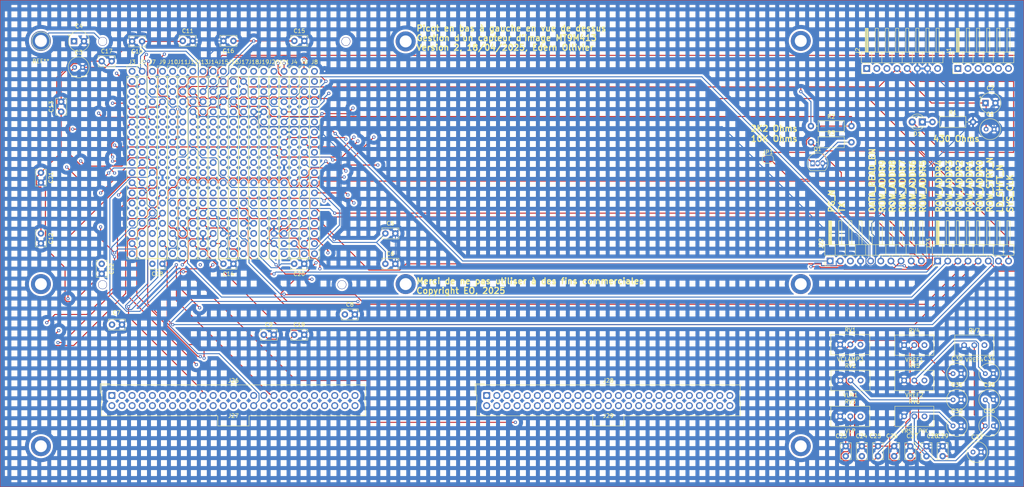
<source format=kicad_pcb>
(kicad_pcb (version 20241229) (generator "pcbnew") (generator_version "9.0")
  (title_block (title "Carte de gestion d'un capteur d'image et de sortie des images") (date "2025-02-10") (rev "1"))
  (layers (0 "F.Cu" signal) (4 "In1.Cu" signal) (6 "In2.Cu" signal) (8 "In3.Cu" signal) (10 "In4.Cu" signal) (2 "B.Cu" signal) (13 "F.Paste" user) (15 "B.Paste" user) (5 "F.SilkS" user "F.Silkscreen") (7 "B.SilkS" user "B.Silkscreen") (1 "F.Mask" user) (3 "B.Mask" user) (25 "Edge.Cuts" user))
  (net 0 "")
  (net 9 "+3.3V")
  (net 10 "Net-(D1-K)")
  (net 14 "DATA54")
  (net 15 "DATA32")
  (net 17 "DATA51")
  (net 19 "DATA79")
  (net 21 "DATA11")
  (net 25 "DATA97")
  (net 27 "DATA74")
  (net 28 "DATA77")
  (net 30 "DATA15")
  (net 31 "DATA56")
  (net 33 "DATA6")
  (net 36 "DATA62")
  (net 37 "DATA40")
  (net 38 "DATA1")
  (net 39 "DATA26")
  (net 40 "DATA27")
  (net 41 "DATA45")
  (net 42 "DATA85")
  (net 43 "DATA58")
  (net 44 "DATA30")
  (net 48 "DATA99")
  (net 49 "DATA35")
  (net 51 "DATA33")
  (net 52 "DATA17")
  (net 54 "DATA88")
  (net 56 "DATA29")
  (net 57 "DATA4")
  (net 59 "DATA48")
  (net 63 "DATA41")
  (net 64 "DATA44")
  (net 65 "DATA69")
  (net 66 "DATA46")
  (net 67 "DATA24")
  (net 68 "DATA22")
  (net 69 "DATA2")
  (net 70 "DATA67")
  (net 71 "DATA96")
  (net 72 "DATA50")
  (net 75 "DATA72")
  (net 76 "DATA75")
  (net 78 "DATA12")
  (net 79 "DATA31")
  (net 81 "DATA39")
  (net 83 "DATA59")
  (net 85 "DATA36")
  (net 86 "DATA55")
  (net 100 "DATA25")
  (net 101 "DATA65")
  (net 102 "DATA63")
  (net 103 "DATA20")
  (net 105 "DATA93")
  (net 106 "DATA71")
  (net 107 "DATA18")
  (net 109 "DATA73")
  (net 111 "Net-(J22-Pin_6)")
  (net 112 "DATA37")
  (net 113 "DATA34")
  (net 114 "DATA94")
  (net 115 "DATA52")
  (net 116 "DATA14")
  (net 117 "DATA57")
  (net 119 "DATA10")
  (net 120 "DATA76")
  (net 121 "DATA95")
  (net 122 "DATA19")
  (net 124 "DATA92")
  (net 125 "DATA91")
  (net 129 "DATA78")
  (net 130 "DATA38")
  (net 132 "DATA70")
  (net 133 "DATA16")
  (net 134 "DATA53")
  (net 135 "Net-(J10-Pin_18)")
  (net 136 "DATA13")
  (net 137 "Net-(J11-Pin_18)")
  (net 144 "Net-(J11-Pin_16)")
  (net 145 "Net-(J11-Pin_17)")
  (net 149 "DATA98")
  (net 155 "Net-(J12-Pin_17)")
  (net 160 "Net-(J12-Pin_18)")
  (net 161 "Net-(J12-Pin_15)")
  (net 166 "Net-(J12-Pin_3)")
  (net 169 "GND")
  (net 173 "Net-(J13-Pin_15)")
  (net 180 "DATA90")
  (net 182 "Net-(J13-Pin_16)")
  (net 190 "Net-(J14-Pin_3)")
  (net 193 "DATA8")
  (net 201 "Net-(J14-Pin_17)")
  (net 208 "Net-(J15-Pin_15)")
  (net 209 "Net-(J15-Pin_2)")
  (net 215 "Net-(J15-Pin_16)")
  (net 229 "Net-(J17-Pin_18)")
  (net 230 "Net-(J16-Pin_15)")
  (net 231 "Net-(J16-Pin_16)")
  (net 233 "Net-(J16-Pin_4)")
  (net 238 "DATA80")
  (net 243 "Net-(J19-Pin_17)")
  (net 244 "Net-(J15-Pin_4)")
  (net 245 "Net-(J17-Pin_3)")
  (net 255 "Net-(J18-Pin_17)")
  (net 257 "DATA82")
  (net 266 "DATA81")
  (net 269 "DATA9")
  (net 272 "DATA86")
  (net 273 "DATA84")
  (net 279 "DATA7")
  (net 280 "DATA28")
  (net 281 "DATA43")
  (net 284 "DATA49")
  (net 286 "DATA89")
  (net 288 "DATA68")
  (net 290 "DATA61")
  (net 292 "DATA23")
  (net 293 "DATA64")
  (net 295 "DATA66")
  (net 296 "DATA47")
  (net 297 "DATA83")
  (net 298 "DATA0")
  (net 299 "DATA42")
  (net 300 "DATA60")
  (net 302 "DATA21")
  (net 303 "DATA5")
  (net 304 "DATA87")
  (net 305 "DATA3")
  (net 307 "Net-(D1-A)")
  (net 308 "Net-(J22-Pin_2)")
  (net 309 "Net-(Q1-B)")
  (footprint "Connector_PinHeader_2.54mm:PinHeader_1x19_P2.54mm_Vertical" (layer "F.Cu") (at 73.66 38.1)
    (property "Reference" "J15")
    (property "Value" "K" (hide yes))
  )
  (footprint "Connector_PinHeader_2.54mm:PinHeader_1x19_P2.54mm_Vertical" (layer "F.Cu") (at 78.74 38.1)
    (property "Reference" "J17")
    (property "Value" "M" (hide yes))
  )
  (footprint "Connector_PinHeader_2.54mm:PinHeader_1x19_P2.54mm_Vertical" (layer "F.Cu") (at 68.58 38.1)
    (property "Reference" "J13")
    (property "Value" "H" (hide yes))
  )
  (footprint "Connector_PinHeader_2.54mm:PinHeader_1x19_P2.54mm_Vertical" (layer "F.Cu") (at 63.5 38.1)
    (property "Reference" "J11")
    (property "Value" "F" (hide yes))
  )
  (footprint "Capacitor_THT:C_Rect_L4.0mm_W2.5mm_P2.50mm" (layer "F.Cu") (at 254 134.58 90)
    (property "Reference" "C29")
    (property "Value" "C")
  )
  (footprint "Connector_PinHeader_2.54mm:PinHeader_1x19_P2.54mm_Vertical" (layer "F.Cu") (at 50.8 38.1)
    (property "Reference" "J3")
    (property "Value" "A" (hide yes))
  )
  (footprint "Connector_PinHeader_2.54mm:PinHeader_1x19_P2.54mm_Vertical" (layer "F.Cu") (at 86.36 38.1)
    (property "Reference" "J20")
    (property "Value" "R" (hide yes))
  )
  (footprint "" (layer "F.Cu") (at 27.94 132.08)
    (property "Reference" "")
    (property "Value" "")
  )
  (footprint "Capacitor_THT:C_Radial_D5.0mm_H5.0mm_P2.00mm" (layer "F.Cu") (at 256.61 113.9)
    (property "Reference" "C30")
    (property "Value" "C")
  )
  (footprint "Capacitor_THT:C_Rect_L4.0mm_W2.5mm_P2.50mm" (layer "F.Cu") (at 73.7 86.36)
    (property "Reference" "C14")
    (property "Value" "C")
  )
  (footprint "Connector_PinHeader_2.54mm:PinHeader_1x19_P2.54mm_Vertical" (layer "F.Cu") (at 76.2 38.1)
    (property "Reference" "J16")
    (property "Value" "L" (hide yes))
  )
  (footprint "Connector_PinHeader_2.54mm:PinHeader_1x08_P2.54mm_Horizontal" (layer "F.Cu") (at 234.965 37.395 90)
    (property "Reference" "J2")
    (property "Value" "Conn_01x08_Male" (hide yes))
  )
  (footprint "Connector_PinHeader_2.54mm:PinHeader_1x19_P2.54mm_Vertical" (layer "F.Cu") (at 53.34 38.1)
    (property "Reference" "J5")
    (property "Value" "B" (hide yes))
  )
  (footprint "Capacitor_THT:C_Rect_L4.0mm_W2.5mm_P2.50mm" (layer "F.Cu") (at 45.76 101.6)
    (property "Reference" "C7")
    (property "Value" "C")
  )
  (footprint "Capacitor_THT:C_Rect_L4.0mm_W2.5mm_P2.50mm" (layer "F.Cu") (at 241.85 134.58 90)
    (property "Reference" "C26")
    (property "Value" "C")
  )
  (footprint "" (layer "F.Cu") (at 119.38 30.6)
    (property "Reference" "")
    (property "Value" "")
  )
  (footprint "Capacitor_THT:C_Rect_L4.0mm_W2.5mm_P2.50mm" (layer "F.Cu") (at 249.95 134.58 90)
    (property "Reference" "C28")
    (property "Value" "C")
  )
  (footprint "TestPoint:TestPoint_THTPad_D4.0mm_Drill2.0mm" (layer "F.Cu") (at 27.94 30.48)
    (property "Reference" "REF**")
    (property "Value" "TestPoint_THTPad_D4.0mm_Drill2.0mm" (hide yes))
  )
  (footprint "Capacitor_THT:C_Radial_D5.0mm_H5.0mm_P2.00mm" (layer "F.Cu") (at 256.61 120.45)
    (property "Reference" "C31")
    (property "Value" "C")
  )
  (footprint "Capacitor_THT:C_Rect_L4.0mm_W2.5mm_P2.50mm" (layer "F.Cu") (at 53.3 30.6 180)
    (property "Reference" "C10")
    (property "Value" "C")
  )
  (footprint "" (layer "F.Cu") (at 218.44 91.44)
    (property "Reference" "")
    (property "Value" "")
  )
  (footprint "Connector_Molex:Molex_SL_171971-0025_1x25_P2.54mm_Vertical" (layer "F.Cu") (at 139.7 121.92)
    (property "Reference" "J29")
    (property "Value" "Conn_01x25_Pin" (hide yes))
  )
  (footprint "" (layer "F.Cu") (at 218.44 132.08)
    (property "Reference" "")
    (property "Value" "")
  )
  (footprint "Capacitor_THT:C_Rect_L4.0mm_W2.5mm_P2.50mm" (layer "F.Cu") (at 114.3 86.36)
    (property "Reference" "C6")
    (property "Value" "C")
  )
  (footprint "Capacitor_THT:C_Radial_D5.0mm_H5.0mm_P2.00mm" (layer "F.Cu") (at 264.7 127)
    (property "Reference" "C36")
    (property "Value" "C")
  )
  (footprint "Connector_PinHeader_2.54mm:PinHeader_1x19_P2.54mm_Vertical" (layer "F.Cu") (at 81.28 38.1)
    (property "Reference" "J18")
    (property "Value" "N" (hide yes))
  )
  (footprint "Capacitor_THT:C_Radial_D5.0mm_H5.0mm_P2.00mm" (layer "F.Cu") (at 261.62 133.55)
    (property "Reference" "C33")
    (property "Value" "C")
  )
  (footprint "Potentiometer_THT:Potentiometer_Bourns_3296W_Vertical" (layer "F.Cu") (at 233.4 124.6)
    (property "Reference" "RV3")
    (property "Value" "VLP")
  )
  (footprint "Capacitor_THT:C_Rect_L4.0mm_W2.5mm_P2.50mm" (layer "F.Cu") (at 33.02 48.22 90)
    (property "Reference" "C13")
    (property "Value" "C")
  )
  (footprint "Capacitor_THT:C_Rect_L4.0mm_W2.5mm_P2.50mm" (layer "F.Cu") (at 43.18 86.36 -90)
    (property "Reference" "C22")
    (property "Value" "C")
  )
  (footprint "Capacitor_THT:C_Radial_D5.0mm_H5.0mm_P2.00mm" (layer "F.Cu") (at 264.7 120.45)
    (property "Reference" "C35")
    (property "Value" "C")
  )
  (footprint "Capacitor_THT:C_Rect_L4.0mm_W2.5mm_P2.50mm" (layer "F.Cu") (at 83.82 104.14)
    (property "Reference" "C9")
    (property "Value" "C")
  )
  (footprint "Package_TO_SOT_THT:TO-92_Inline" (layer "F.Cu") (at 221.39 61.16)
    (property "Reference" "Q1")
    (property "Value" "BC550")
  )
  (footprint "Connector_PinHeader_2.54mm:PinHeader_1x19_P2.54mm_Vertical" (layer "F.Cu") (at 55.88 38.1)
    (property "Reference" "J7")
    (property "Value" "C" (hide yes))
  )
  (footprint "" (layer "F.Cu") (at 103.4 91.6)
    (property "Reference" "")
    (property "Value" "")
  )
  (footprint "Capacitor_THT:CP_Radial_Tantal_D5.0mm_P2.50mm" (layer "F.Cu") (at 36.239775 30.55)
    (property "Reference" "C4")
    (property "Value" "C_Polarized")
  )
  (footprint "Connector_PinHeader_2.54mm:PinHeader_1x19_P2.54mm_Vertical" (layer "F.Cu") (at 93.98 38.1)
    (property "Reference" "J6")
    (property "Value" "V" (hide yes))
  )
  (footprint "Capacitor_THT:C_Radial_D5.0mm_H5.0mm_P2.00mm" (layer "F.Cu") (at 264.7 113.9)
    (property "Reference" "C34")
    (property "Value" "C")
  )
  (footprint "Connector_PinHeader_2.54mm:PinHeader_1x06_P2.54mm_Horizontal" (layer "F.Cu") (at 257.81 37.395 90)
    (property "Reference" "J1")
    (property "Value" "Conn_01x06_Male" (hide yes))
  )
  (footprint "Capacitor_THT:C_Rect_L4.0mm_W2.5mm_P2.50mm" (layer "F.Cu") (at 91.44 104.14)
    (property "Reference" "C19")
    (property "Value" "C")
  )
  (footprint "Resistor_THT:R_Axial_DIN0207_L6.3mm_D2.5mm_P10.16mm_Horizontal" (layer "F.Cu") (at 220.98 55.88)
    (property "Reference" "R3")
    (property "Value" "R")
  )
  (footprint "Potentiometer_THT:Potentiometer_Bourns_3296W_Vertical" (layer "F.Cu") (at 233.44 115.6)
    (property "Reference" "RV2")
    (property "Value" "VLN1")
  )
  (footprint "Connector_PinHeader_2.54mm:PinHeader_1x19_P2.54mm_Vertical" (layer "F.Cu") (at 88.9 38.1)
    (property "Reference" "J21")
    (property "Value" "T" (hide yes))
  )
  (footprint "Connector_PinHeader_2.54mm:PinHeader_1x19_P2.54mm_Vertical" (layer "F.Cu") (at 71.12 38.1)
    (property "Reference" "J14")
    (property "Value" "J" (hide yes))
  )
  (footprint "Resistor_THT:R_Axial_DIN0207_L6.3mm_D2.5mm_P10.16mm_Horizontal" (layer "F.Cu") (at 220.98 51.83)
    (property "Reference" "R2")
    (property "Value" "R")
  )
  (footprint "Capacitor_THT:C_Rect_L4.0mm_W2.5mm_P2.50mm" (layer "F.Cu") (at 76.2 30.48 180)
    (property "Reference" "C16")
    (property "Value" "C")
  )
  (footprint "Connector_PinHeader_2.54mm:PinHeader_1x10_P2.54mm_Horizontal" (layer "F.Cu") (at 225.795 85.655 90)
    (property "Reference" "J22")
    (property "Value" "Conn_01x10_Male" (hide yes))
  )
  (footprint "Connector_Molex:Molex_SL_171971-0025_1x25_P2.54mm_Vertical" (layer "F.Cu") (at 139.7 119.38)
    (property "Reference" "J28")
    (property "Value" "Conn_01x25_Pin" (hide yes))
  )
  (footprint "" (layer "F.Cu") (at 218.44 30.48)
    (property "Reference" "")
    (property "Value" "")
  )
  (footprint "Capacitor_THT:C_Rect_L4.0mm_W2.5mm_P2.50mm" (layer "F.Cu") (at 55.88 86.36)
    (property "Reference" "C18")
    (property "Value" "C")
  )
  (footprint "Connector_PinHeader_2.54mm:PinHeader_1x19_P2.54mm_Vertical" (layer "F.Cu") (at 91.44 38.1)
    (property "Reference" "J4")
    (property "Value" "U" (hide yes))
  )
  (footprint "Connector_PinHeader_2.54mm:PinHeader_1x19_P2.54mm_Vertical" (layer "F.Cu") (at 83.82 38.1)
    (property "Reference" "J19")
    (property "Value" "P" (hide yes))
  )
  (footprint "Capacitor_THT:C_Rect_L4.0mm_W2.5mm_P2.50mm" (layer "F.Cu") (at 237.8 134.58 90)
    (property "Reference" "C25")
    (property "Value" "C")
  )
  (footprint "Capacitor_THT:C_Rect_L4.0mm_W2.5mm_P2.50mm" (layer "F.Cu") (at 27.94 78.74 -90)
    (property "Reference" "C12")
    (property "Value" "C")
  )
  (footprint "Connector_PinHeader_2.54mm:PinHeader_1x19_P2.54mm_Vertical" (layer "F.Cu") (at 60.96 38.1)
    (property "Reference" "J10")
    (property "Value" "E" (hide yes))
  )
  (footprint "Connector_PinHeader_2.54mm:PinHeader_1x19_P2.54mm_Vertical" (layer "F.Cu") (at 66.04 38.1)
    (property "Reference" "J12")
    (property "Value" "G" (hide yes))
  )
  (footprint "" (layer "F.Cu") (at 104.4 30.6)
    (property "Reference" "")
    (property "Value" "")
  )
  (footprint "Connector_PinHeader_2.54mm:PinHeader_1x19_P2.54mm_Vertical" (layer "F.Cu") (at 96.52 38.1)
    (property "Reference" "J8")
    (property "Value" "W" (hide yes))
  )
  (footprint "Capacitor_THT:C_Rect_L4.0mm_W2.5mm_P2.50mm" (layer "F.Cu") (at 43.18 35.56)
    (property "Reference" "C17")
    (property "Value" "C")
  )
  (footprint "LED_THT:LED_D3.0mm" (layer "F.Cu") (at 248.92 50.8 180)
    (property "Reference" "D1")
    (property "Value" "LED")
  )
  (footprint "Connector_Molex:Molex_SL_171971-0025_1x25_P2.54mm_Vertical" (layer "F.Cu") (at 45.72 119.38)
    (property "Reference" "J26")
    (property "Value" "Conn_01x25_Pin" (hide yes))
  )
  (footprint "Capacitor_THT:C_Rect_L4.0mm_W2.5mm_P2.50mm" (layer "F.Cu") (at 91.44 86.36)
    (property "Reference" "C20")
    (property "Value" "C")
  )
  (footprint "Potentiometer_THT:Potentiometer_Bourns_3296W_Vertical" (layer "F.Cu") (at 264.48 106.75)
    (property "Reference" "RV7")
    (property "Value" "VREF4")
  )
  (footprint "Capacitor_THT:C_Rect_L4.0mm_W2.5mm_P2.50mm" (layer "F.Cu") (at 114.3 78.74)
    (property "Reference" "C5")
    (property "Value" "C")
  )
  (footprint "Capacitor_THT:CP_Radial_Tantal_D5.0mm_P2.50mm" (layer "F.Cu") (at 264.739775 46.05)
    (property "Reference" "C2")
    (property "Value" "C_Polarized")
  )
  (footprint "Capacitor_THT:C_Radial_D5.0mm_H5.0mm_P2.00mm" (layer "F.Cu") (at 256.61 127)
    (property "Reference" "C32")
    (property "Value" "C")
  )
  (footprint "" (layer "F.Cu") (at 119.38 91.44)
    (property "Reference" "")
    (property "Value" "")
  )
  (footprint "" (layer "F.Cu") (at 27.94 91.44)
    (property "Reference" "")
    (property "Value" "")
  )
  (footprint "Potentiometer_THT:Potentiometer_Bourns_3296W_Vertical" (layer "F.Cu") (at 249.44 115.6)
    (property "Reference" "RV5")
    (property "Value" "VREF2")
  )
  (footprint "Capacitor_THT:C_Rect_L4.0mm_W2.5mm_P2.50mm" (layer "F.Cu") (at 91.48 30.48)
    (property "Reference" "C15")
    (property "Value" "C")
  )
  (footprint "Potentiometer_THT:Potentiometer_Bourns_3296W_Vertical" (layer "F.Cu") (at 249.45 124.6)
    (property "Reference" "RV6")
    (property "Value" "VRST_PIX")
  )
  (footprint "Potentiometer_THT:Potentiometer_Bourns_3296W_Vertical" (layer "F.Cu") (at 249.44 106.75)
    (property "Reference" "RV4")
    (property "Value" "VREF1")
  )
  (footprint "Connector_PinHeader_2.54mm:PinHeader_1x19_P2.54mm_Vertical" (layer "F.Cu") (at 58.42 38.1)
    (property "Reference" "J9")
    (property "Value" "D" (hide yes))
  )
  (footprint "" (layer "F.Cu") (at 43.4 91.6)
    (property "Reference" "")
    (property "Value" "")
  )
  (footprint "Capacitor_THT:C_Rect_L4.0mm_W2.5mm_P2.50mm" (layer "F.Cu") (at 63.5 30.48)
    (property "Reference" "C11")
    (property "Value" "C")
  )
  (footprint "Jumper:SolderJumper-2_P1.3mm_Open_RoundedPad1.0x1.5mm" (layer "F.Cu") (at 210.17 60.165023)
    (property "Reference" "JP1")
    (property "Value" "SolderJumper_2_Open")
  )
  (footprint "Potentiometer_THT:Potentiometer_Bourns_3296W_Vertical" (layer "F.Cu") (at 233.4 106.6)
    (property "Reference" "RV1")
    (property "Value" "VCLAMP3")
  )
  (footprint "Capacitor_THT:C_Rect_L4.0mm_W2.5mm_P2.50mm" (layer "F.Cu") (at 229.7 134.58 90)
    (property "Reference" "C23")
    (property "Value" "C")
  )
  (footprint "Capacitor_THT:C_Radial_D5.0mm_H5.0mm_P2.00mm" (layer "F.Cu") (at 36.4 37.1)
    (property "Reference" "C3")
    (property "Value" "C")
  )
  (footprint "Capacitor_THT:C_Radial_D5.0mm_H5.0mm_P2.00mm" (layer "F.Cu") (at 264.9 52.6)
    (property "Reference" "C1")
    (property "Value" "C")
  )
  (footprint "Capacitor_THT:C_Rect_L4.0mm_W2.5mm_P2.50mm" (layer "F.Cu") (at 233.75 134.58 90)
    (property "Reference" "C24")
    (property "Value" "C")
  )
  (footprint "Capacitor_THT:C_Rect_L4.0mm_W2.5mm_P2.50mm" (layer "F.Cu") (at 27.94 63.5 -90)
    (property "Reference" "C21")
    (property "Value" "C")
  )
  (footprint "Connector_PinHeader_2.54mm:PinHeader_1x08_P2.54mm_Horizontal" (layer "F.Cu") (at 252.745 85.655 90)
    (property "Reference" "J23")
    (property "Value" "Conn_01x08_Male" (hide yes))
  )
  (footprint "Resistor_THT:R_Axial_DIN0207_L6.3mm_D2.5mm_P10.16mm_Horizontal" (layer "F.Cu") (at 251.46 50.8)
    (property "Reference" "R1")
    (property "Value" "R")
  )
  (footprint "Capacitor_THT:C_Rect_L4.0mm_W2.5mm_P2.50mm" (layer "F.Cu") (at 245.9 134.58 90)
    (property "Reference" "C27")
    (property "Value" "C")
  )
  (footprint "" (layer "F.Cu") (at 43.4 30.6)
    (property "Reference" "")
    (property "Value" "")
  )
  (footprint "Capacitor_THT:C_Rect_L4.0mm_W2.5mm_P2.50mm" (layer "F.Cu") (at 104.14 99.06)
    (property "Reference" "C8")
    (property "Value" "C")
  )
  (footprint "Connector_Molex:Molex_SL_171971-0025_1x25_P2.54mm_Vertical" (layer "F.Cu") (at 45.72 121.92)
    (property "Reference" "J27")
    (property "Value" "Conn_01x25_Pin" (hide yes))
  )
  (gr_rect (start 17.78 20.32) (end 274.32 142.24) (stroke (width 0.2)) (fill no) (layer "F.Cu"))
  (gr_text "ROW_ADDR5" (at 249.92 73.66 90) (layer "F.SilkS") (effects (font (size 1.5 1.5) (thickness 0.3) (bold yes)) (justify left bottom)))
  (gr_text "ROW_ADDR3" (at 256.54 73.66 90) (layer "F.SilkS") (effects (font (size 1.5 1.5) (thickness 0.3) (bold yes)) (justify left bottom)))
  (gr_text "10K Ohms" (at 205.74 55.88 0) (layer "F.SilkS") (effects (font (size 1.5 1.5) (thickness 0.3) (bold yes)) (justify left bottom)))
  (gr_text "DATA_READ_EN" (at 237.22 73.66 90) (layer "F.SilkS") (effects (font (size 1.5 1.5) (thickness 0.3) (bold yes)) (justify left bottom)))
  (gr_text "2K2 Ohms" (at 205.74 53.34 0) (layer "F.SilkS") (effects (font (size 1.5 1.5) (thickness 0.3) (bold yes)) (justify left bottom)))
  (gr_text "ROW_ADDR4" (at 254 73.66 90) (layer "F.SilkS") (effects (font (size 1.5 1.5) (thickness 0.3) (bold yes)) (justify left bottom)))
  (gr_text "430 Ohms" (at 251.46 55.88 0) (layer "F.SilkS") (effects (font (size 1.5 1.5) (thickness 0.3) (bold yes)) (justify left bottom)))
  (gr_text "Picot en bas à gauche en vue de dessus\nGestion d'un capteur d'image MT9M413\nVersion 2, 18/04/2025, Edern Ollivier\n" (at 121.92 33.02 0) (layer "F.SilkS") (effects (font (size 1.5 1.5) (thickness 0.3) (bold yes)) (justify left bottom)))
  (gr_text "SYS_CLK" (at 271.78 73.66 90) (layer "F.SilkS") (effects (font (size 1.5 1.5) (thickness 0.3) (bold yes)) (justify left bottom)))
  (gr_text "ROW_ADDR1" (at 261.62 73.66 90) (layer "F.SilkS") (effects (font (size 1.5 1.5) (thickness 0.3) (bold yes)) (justify left bottom)))
  (gr_text "ROW_ADDR7" (at 244.84 73.66 90) (layer "F.SilkS") (effects (font (size 1.5 1.5) (thickness 0.3) (bold yes)) (justify left bottom)))
  (gr_text "ROW_ADDR0" (at 264.16 73.66 90) (layer "F.SilkS") (effects (font (size 1.5 1.5) (thickness 0.3) (bold yes)) (justify left bottom)))
  (gr_text "ROW_ADDR9" (at 239.76 73.66 90) (layer "F.SilkS") (effects (font (size 1.5 1.5) (thickness 0.3) (bold yes)) (justify left bottom)))
  (gr_text "ROW_ADDR2" (at 259.08 73.66 90) (layer "F.SilkS") (effects (font (size 1.5 1.5) (thickness 0.3) (bold yes)) (justify left bottom)))
  (gr_text "LD_SHFT_N" (at 269.24 73.66 90) (layer "F.SilkS") (effects (font (size 1.5 1.5) (thickness 0.3) (bold yes)) (justify left bottom)))
  (gr_text "Merci de ne pas utiliser à des fins commerciales\nCopyright EO, 2025\n" (at 121.92 93.98 0) (layer "F.SilkS") (effects (font (size 1.5 1.5) (thickness 0.3) (bold yes)) (justify left bottom)))
  (gr_text "ROW_ADDR8" (at 242.3 73.66 90) (layer "F.SilkS") (effects (font (size 1.5 1.5) (thickness 0.3) (bold yes)) (justify left bottom)))
  (gr_text "TX" (at 229.6 73.66 90) (layer "F.SilkS") (effects (font (size 1.5 1.5) (thickness 0.3) (bold yes)) (justify left bottom)))
  (gr_text "ROW_ADDR6" (at 247.38 73.66 90) (layer "F.SilkS") (effects (font (size 1.5 1.5) (thickness 0.3) (bold yes)) (justify left bottom)))
  (gr_text "ROW_STRT_N" (at 266.7 73.66 90) (layer "F.SilkS") (effects (font (size 1.5 1.5) (thickness 0.3) (bold yes)) (justify left bottom)))
  (gr_text "PG_N" (at 227.06 73.66 90) (layer "F.SilkS") (effects (font (size 1.5 1.5) (thickness 0.3) (bold yes)) (justify left bottom)))
  (segment (start 29.94 28.48) (end 27.94 30.48) (width 0.25) (layer "B.Cu") (net 0))
  (segment (start 43.4 30.6) (end 41.28 28.48) (width 0.25) (layer "B.Cu") (net 0))
  (segment (start 41.28 28.48) (end 29.94 28.48) (width 0.25) (layer "B.Cu") (net 0))
  (segment (start 33.02 58.42) (end 27.94 63.5) (width 0.25) (layer "F.Cu") (net 9))
  (segment (start 63.38 30.6) (end 63.5 30.48) (width 0.25) (layer "F.Cu") (net 9))
  (segment (start 27.94 78.74) (end 27.94 67.126) (width 0.25) (layer "F.Cu") (net 9))
  (segment (start 218.44 42.005) (end 218.44 43.18) (width 0.25) (layer "F.Cu") (net 9))
  (segment (start 31.894 47.094) (end 31.894 39.658628) (width 0.25) (layer "F.Cu") (net 9))
  (segment (start 86.36 81.28) (end 83.82 81.28) (width 0.25) (layer "F.Cu") (net 9))
  (segment (start 264.739775 46.439775) (end 264.9 46.6) (width 0.25) (layer "F.Cu") (net 9))
  (segment (start 35.992628 35.56) (end 43.18 35.56) (width 0.25) (layer "F.Cu") (net 9))
  (segment (start 83.82 104.14) (end 84.946 105.266) (width 0.25) (layer "F.Cu") (net 9))
  (segment (start 251.24 46.05) (end 242.585 37.395) (width 0.25) (layer "F.Cu") (net 9))
  (segment (start 237.975 42.005) (end 242.585 37.395) (width 0.25) (layer "F.Cu") (net 9))
  (segment (start 84.946 105.266) (end 90.314 105.266) (width 0.25) (layer "F.Cu") (net 9))
  (segment (start 237.975 42.005) (end 218.44 42.005) (width 0.25) (layer "F.Cu") (net 9))
  (segment (start 26.814 64.626) (end 27.94 63.5) (width 0.25) (layer "F.Cu") (net 9))
  (segment (start 27.94 67.126) (end 27.473595 67.126) (width 0.25) (layer "F.Cu") (net 9))
  (segment (start 69.945 46.895) (end 71.12 45.72) (width 0.25) (layer "F.Cu") (net 9))
  (segment (start 65.653299 41.905) (end 64.865 42.693299) (width 0.25) (layer "F.Cu") (net 9))
  (segment (start 90.314 105.266) (end 91.44 104.14) (width 0.25) (layer "F.Cu") (net 9))
  (segment (start 78.74 40.64) (end 77.565 39.465) (width 0.25) (layer "F.Cu") (net 9))
  (segment (start 67.891701 45.72) (end 67.405 46.206701) (width 0.25) (layer "F.Cu") (net 9))
  (segment (start 53.3 30.6) (end 63.38 30.6) (width 0.25) (layer "F.Cu") (net 9))
  (segment (start 66.768604 44.545) (end 67.405 45.181396) (width 0.25) (layer "F.Cu") (net 9))
  (segment (start 85.184 78.252884) (end 85.184 80.104) (width 0.25) (layer "F.Cu") (net 9))
  (segment (start 80.105 42.005) (end 237.975 42.005) (width 0.25) (layer "F.Cu") (net 9))
  (segment (start 27.473595 67.126) (end 26.814 66.466405) (width 0.25) (layer "F.Cu") (net 9))
  (segment (start 88.9 48.26) (end 91.44 48.26) (width 0.25) (layer "F.Cu") (net 9))
  (segment (start 81.28 30.48) (end 91.48 30.48) (width 0.25) (layer "F.Cu") (net 9))
  (segment (start 74.835 40.343299) (end 74.835 41.905) (width 0.25) (layer "F.Cu") (net 9))
  (segment (start 31.894 39.658628) (end 35.992628 35.56) (width 0.25) (layer "F.Cu") (net 9))
  (segment (start 65.551884 42.005) (end 64.864 42.692884) (width 0.25) (layer "F.Cu") (net 9))
  (segment (start 78.74 40.64) (end 80.105 42.005) (width 0.25) (layer "F.Cu") (net 9))
  (segment (start 76.2 30.48) (end 81.28 30.48) (width 0.25) (layer "F.Cu") (net 9))
  (segment (start 67.405 45.181396) (end 67.405 46.206701) (width 0.25) (layer "F.Cu") (net 9))
  (segment (start 77.565 39.465) (end 75.713299 39.465) (width 0.25) (layer "F.Cu") (net 9))
  (segment (start 85.872884 77.564) (end 85.184 78.252884) (width 0.25) (layer "F.Cu") (net 9))
  (segment (start 26.814 66.466405) (end 26.814 64.626) (width 0.25) (layer "F.Cu") (net 9))
  (segment (start 33.02 48.22) (end 31.894 47.094) (width 0.25) (layer "F.Cu") (net 9))
  (segment (start 64.865 43.666701) (end 65.743299 44.545) (width 0.25) (layer "F.Cu") (net 9))
  (segment (start 73.66 81.28) (end 71.12 81.28) (width 0.25) (layer "F.Cu") (net 9))
  (segment (start 88.9 76.2) (end 87.536 77.564) (width 0.25) (layer "F.Cu") (net 9))
  (segment (start 87.536 77.564) (end 85.872884 77.564) (width 0.25) (layer "F.Cu") (net 9))
  (segment (start 75.713299 39.465) (end 74.835 40.343299) (width 0.25) (layer "F.Cu") (net 9))
  (segment (start 33.02 48.22) (end 33.02 58.42) (width 0.25) (layer "F.Cu") (net 9))
  (segment (start 264.739775 46.05) (end 264.739775 46.439775) (width 0.25) (layer "F.Cu") (net 9))
  (segment (start 67.405 46.206701) (end 68.093299 46.895) (width 0.25) (layer "F.Cu") (net 9))
  (segment (start 65.743299 44.545) (end 66.768604 44.545) (width 0.25) (layer "F.Cu") (net 9))
  (segment (start 64.865 42.693299) (end 64.865 43.666701) (width 0.25) (layer "F.Cu") (net 9))
  (segment (start 68.58 45.72) (end 67.891701 45.72) (width 0.25) (layer "F.Cu") (net 9))
  (segment (start 74.835 41.905) (end 65.653299 41.905) (width 0.25) (layer "F.Cu") (net 9))
  (segment (start 68.093299 46.895) (end 69.945 46.895) (width 0.25) (layer "F.Cu") (net 9))
  (segment (start 264.9 46.6) (end 264.9 52.6) (width 0.25) (layer "F.Cu") (net 9))
  (segment (start 264.739775 46.05) (end 251.24 46.05) (width 0.25) (layer "F.Cu") (net 9))
  (segment (start 85.184 80.104) (end 86.36 81.28) (width 0.25) (layer "F.Cu") (net 9))
  (via (at 81.28 30.48) (size 0.8) (drill 0.4) (layers "F.Cu" "B.Cu") (net 9))
  (via (at 218.44 43.18) (size 0.8) (drill 0.4) (layers "F.Cu" "B.Cu") (net 9))
  (segment (start 53.3 30.6) (end 53.3 32.179948) (width 0.25) (layer "B.Cu") (net 9))
  (segment (start 85.184 44.356) (end 82.644 44.356) (width 0.25) (layer "B.Cu") (net 9))
  (segment (start 64.865 55.6) (end 64.865 56.366701) (width 0.25) (layer "B.Cu") (net 9))
  (segment (start 82.644 75.024) (end 82.644 84.307116) (width 0.25) (layer "B.Cu") (net 9))
  (segment (start 97.02 67.22) (end 102.775 72.975) (width 0.25) (layer "B.Cu") (net 9))
  (segment (start 53.34 38.1) (end 52.9 37.66) (width 0.25) (layer "B.Cu") (net 9))
  (segment (start 64.865 56.366701) (end 65.718299 57.22) (width 0.25) (layer "B.Cu") (net 9))
  (segment (start 52.164 36.924) (end 53.34 38.1) (width 0.25) (layer "B.Cu") (net 9))
  (segment (start 114.3 78.74) (end 112.043149 80.996851) (width 0.25) (layer "B.Cu") (net 9))
  (segment (start 63.987116 59.596) (end 64.865 58.718116) (width 0.25) (layer "B.Cu") (net 9))
  (segment (start 88.16672 86.36) (end 87.626 86.90072) (width 0.25) (layer "B.Cu") (net 9))
  (segment (start 102.775 76.686701) (end 99.890851 79.570851) (width 0.25) (layer "B.Cu") (net 9))
  (segment (start 81.28 73.66) (end 82.644 75.024) (width 0.25) (layer "B.Cu") (net 9))
  (segment (start 53.3 32.179948) (end 54.184166 33.064114) (width 0.25) (layer "B.Cu") (net 9))
  (segment (start 91.44 86.36) (end 88.16672 86.36) (width 0.25) (layer "B.Cu") (net 9))
  (segment (start 87.626 86.90072) (end 87.626 82.546) (width 0.25) (layer "B.Cu") (net 9))
  (segment (start 64.865 58.718116) (end 64.865 55.6) (width 0.25) (layer "B.Cu") (net 9))
  (segment (start 71.796701 59.785) (end 72.485 60.473299) (width 0.25) (layer "B.Cu") (net 9))
  (segment (start 52.9 37.66) (end 52.9 34.34828) (width 0.25) (layer "B.Cu") (net 9))
  (segment (start 101.168429 80.996851) (end 99.890851 79.719273) (width 0.25) (layer "B.Cu") (net 9))
  (segment (start 68.283299 59.785) (end 71.796701 59.785) (width 0.25) (layer "B.Cu") (net 9))
  (segment (start 85.662884 87.326) (end 87.20072 87.326) (width 0.25) (layer "B.Cu") (net 9))
  (segment (start 87.626 82.546) (end 86.36 81.28) (width 0.25) (layer "B.Cu") (net 9))
  (segment (start 65.718299 57.22) (end 66.52 57.22) (width 0.25) (layer "B.Cu") (net 9))
  (segment (start 72.485 60.473299) (end 72.485 63.988116) (width 0.25) (layer "B.Cu") (net 9))
  (segment (start 82.644 44.356) (end 81.28 45.72) (width 0.25) (layer "B.Cu") (net 9))
  (segment (start 88.9 48.26) (end 87.536 46.896) (width 0.25) (layer "B.Cu") (net 9))
  (segment (start 73.172884 39.464) (end 72.484 40.152884) (width 0.25) (layer "B.Cu") (net 9))
  (segment (start 72.484 41.127116) (end 71.607116 42.004) (width 0.25) (layer "B.Cu") (net 9))
  (segment (start 67.405 58.906701) (end 68.283299 59.785) (width 0.25) (layer "B.Cu") (net 9))
  (segment (start 82.644 84.307116) (end 85.662884 87.326) (width 0.25) (layer "B.Cu") (net 9))
  (segment (start 218.44 43.18) (end 220.98 45.72) (width 0.25) (layer "B.Cu") (net 9))
  (segment (start 72.484 82.456) (end 73.66 81.28) (width 0.25) (layer "B.Cu") (net 9))
  (segment (start 72.484 40.152884) (end 72.484 41.127116) (width 0.25) (layer "B.Cu") (net 9))
  (segment (start 75.718299 67.22) (end 97.02 67.22) (width 0.25) (layer "B.Cu") (net 9))
  (segment (start 99.890851 79.719273) (end 99.890851 79.570851) (width 0.25) (layer "B.Cu") (net 9))
  (segment (start 81.28 30.48) (end 75.024 36.736) (width 0.25) (layer "B.Cu") (net 9))
  (segment (start 71.12 45.72) (end 69.945 46.895) (width 0.25) (layer "B.Cu") (net 9))
  (segment (start 86.36 43.18) (end 85.184 44.356) (width 0.25) (layer "B.Cu") (net 9))
  (segment (start 85.184 46.207116) (end 85.184 44.356) (width 0.25) (layer "B.Cu") (net 9))
  (segment (start 69.944 44.544) (end 71.12 45.72) (width 0.25) (layer "B.Cu") (net 9))
  (segment (start 62.324 59.596) (end 63.987116 59.596) (width 0.25) (layer "B.Cu") (net 9))
  (segment (start 70.632884 42.004) (end 69.944 42.692884) (width 0.25) (layer "B.Cu") (net 9))
  (segment (start 74.147116 39.464) (end 73.172884 39.464) (width 0.25) (layer "B.Cu") (net 9))
  (segment (start 87.536 46.896) (end 85.872884 46.896) (width 0.25) (layer "B.Cu") (net 9))
  (segment (start 69.944 42.692884) (end 69.944 44.544) (width 0.25) (layer "B.Cu") (net 9))
  (segment (start 114.3 83.253702) (end 112.043149 80.996851) (width 0.25) (layer "B.Cu") (net 9))
  (segment (start 64.865 47.773299) (end 64.865 55.6) (width 0.25) (layer "B.Cu") (net 9))
  (segment (start 60.96 60.96) (end 62.324 59.596) (width 0.25) (layer "B.Cu") (net 9))
  (segment (start 63.5 45.72) (end 64.676 44.544) (width 0.25) (layer "B.Cu") (net 9))
  (segment (start 69.945 46.895) (end 65.743299 46.895) (width 0.25) (layer "B.Cu") (net 9))
  (segment (start 67.404 36.135344) (end 67.404 44.544) (width 0.25) (layer "B.Cu") (net 9))
  (segment (start 99.890851 79.570851) (end 96.816701 82.645) (width 0.25) (layer "B.Cu") (net 9))
  (segment (start 67.405 58.105) (end 67.405 58.906701) (width 0.25) (layer "B.Cu") (net 9))
  (segment (start 54.184166 33.064114) (end 64.33277 33.064114) (width 0.25) (layer "B.Cu") (net 9))
  (segment (start 75.02 65.738299) (end 75.02 66.521701) (width 0.25) (layer "B.Cu") (net 9))
  (segment (start 43.18 35.56) (end 44.544 36.924) (width 0.25) (layer "B.Cu") (net 9))
  (segment (start 71.607116 42.004) (end 70.632884 42.004) (width 0.25) (layer "B.Cu") (net 9))
  (segment (start 79.916 41.816) (end 78.74 40.64) (width 0.25) (layer "B.Cu") (net 9))
  (segment (start 64.676 44.544) (end 67.404 44.544) (width 0.25) (layer "B.Cu") (net 9))
  (segment (start 75.024 36.736) (end 75.024 38.587116) (width 0.25) (layer "B.Cu") (net 9))
  (segment (start 75.024 38.587116) (end 74.147116 39.464) (width 0.25) (layer "B.Cu") (net 9))
  (segment (start 73.172884 64.676) (end 73.957701 64.676) (width 0.25) (layer "B.Cu") (net 9))
  (segment (start 75.02 66.521701) (end 75.718299 67.22) (width 0.25) (layer "B.Cu") (net 9))
  (segment (start 64.33277 33.064114) (end 67.404 36.135344) (width 0.25) (layer "B.Cu") (net 9))
  (segment (start 66.52 57.22) (end 67.405 58.105) (width 0.25) (layer "B.Cu") (net 9))
  (segment (start 87.20072 87.326) (end 87.626 86.90072) (width 0.25) (layer "B.Cu") (net 9))
  (segment (start 71.12 81.28) (end 72.296 80.104) (width 0.25) (layer "B.Cu") (net 9))
  (segment (start 72.484 85.144) (end 72.484 82.456) (width 0.25) (layer "B.Cu") (net 9))
  (segment (start 79.916 44.356) (end 79.916 41.816) (width 0.25) (layer "B.Cu") (net 9))
  (segment (start 102.775 72.975) (end 102.775 76.686701) (width 0.25) (layer "B.Cu") (net 9))
  (segment (start 96.816701 82.645) (end 87.725 82.645) (width 0.25) (layer "B.Cu") (net 9))
  (segment (start 52.9 34.34828) (end 54.184166 33.064114) (width 0.25) (layer "B.Cu") (net 9))
  (segment (start 72.485 63.988116) (end 73.172884 64.676) (width 0.25) (layer "B.Cu") (net 9))
  (segment (start 112.043149 80.996851) (end 101.168429 80.996851) (width 0.25) (layer "B.Cu") (net 9))
  (segment (start 220.98 45.72) (end 220.98 51.83) (width 0.25) (layer "B.Cu") (net 9))
  (segment (start 72.296 80.104) (end 72.296 77.376) (width 0.25) (layer "B.Cu") (net 9))
  (segment (start 44.544 36.924) (end 52.164 36.924) (width 0.25) (layer "B.Cu") (net 9))
  (segment (start 114.3 86.36) (end 114.3 83.253702) (width 0.25) (layer "B.Cu") (net 9))
  (segment (start 85.872884 46.896) (end 85.184 46.207116) (width 0.25) (layer "B.Cu") (net 9))
  (segment (start 87.725 82.645) (end 86.36 81.28) (width 0.25) (layer "B.Cu") (net 9))
  (segment (start 67.404 44.544) (end 68.58 45.72) (width 0.25) (layer "B.Cu") (net 9))
  (segment (start 81.28 45.72) (end 79.916 44.356) (width 0.25) (layer "B.Cu") (net 9))
  (segment (start 73.957701 64.676) (end 75.02 65.738299) (width 0.25) (layer "B.Cu") (net 9))
  (segment (start 73.7 86.36) (end 72.484 85.144) (width 0.25) (layer "B.Cu") (net 9))
  (segment (start 72.296 77.376) (end 71.12 76.2) (width 0.25) (layer "B.Cu") (net 9))
  (segment (start 65.743299 46.895) (end 64.865 47.773299) (width 0.25) (layer "B.Cu") (net 9))
  (segment (start 251.46 50.8) (end 248.92 50.8) (width 0.25) (layer "B.Cu") (net 10))
  (segment (start 45.674 59.374) (end 45.674 56.29928) (width 0.25) (layer "F.Cu") (net 14))
  (segment (start 45.674 56.29928) (end 46.94328 55.03) (width 0.25) (layer "F.Cu") (net 14))
  (segment (start 49.95 55.03) (end 50.8 55.88) (width 0.25) (layer "F.Cu") (net 14))
  (segment (start 46.94328 55.03) (end 49.95 55.03) (width 0.25) (layer "F.Cu") (net 14))
  (segment (start 45.9 59.6) (end 45.674 59.374) (width 0.25) (layer "F.Cu") (net 14))
  (via (at 45.9 59.6) (size 0.8) (drill 0.4) (layers "F.Cu" "B.Cu") (net 14))
  (segment (start 61.9 95.6) (end 85.199168 118.899167) (width 0.25) (layer "F.Cu") (net 15))
  (segment (start 61.9 95.6) (end 61.9 86.6) (width 0.25) (layer "F.Cu") (net 15))
  (via (at 61.9 86.6) (size 0.8) (drill 0.4) (layers "F.Cu" "B.Cu") (net 15))
  (arc (start 86.36 119.38) (mid 85.731762 119.255036) (end 85.199168 118.899167) (width 0.25) (layer "F.Cu") (net 15))
  (segment (start 51.976 67.216) (end 50.8 66.04) (width 0.25) (layer "B.Cu") (net 15))
  (segment (start 49.59928 97.826) (end 49.174 97.40072) (width 0.25) (layer "B.Cu") (net 15))
  (segment (start 54.704 75.524884) (end 55.392884 74.836) (width 0.25) (layer "B.Cu") (net 15))
  (segment (start 54.516 71.419116) (end 54.516 68.092884) (width 0.25) (layer "B.Cu") (net 15))
  (segment (start 55.392884 74.836) (end 56.367116 74.836) (width 0.25) (layer "B.Cu") (net 15))
  (segment (start 49.174 97.40072) (end 49.174 96.79928) (width 0.25) (layer "B.Cu") (net 15))
  (segment (start 57.056 73.172884) (end 56.179116 72.296) (width 0.25) (layer "B.Cu") (net 15))
  (segment (start 50.674 97.826) (end 49.59928 97.826) (width 0.25) (layer "B.Cu") (net 15))
  (segment (start 56.179116 72.296) (end 55.392884 72.296) (width 0.25) (layer "B.Cu") (net 15))
  (segment (start 53.639116 67.216) (end 51.976 67.216) (width 0.25) (layer "B.Cu") (net 15))
  (segment (start 55.392884 72.296) (end 54.516 71.419116) (width 0.25) (layer "B.Cu") (net 15))
  (segment (start 57.056 74.147116) (end 57.056 73.172884) (width 0.25) (layer "B.Cu") (net 15))
  (segment (start 56.367116 74.836) (end 57.056 74.147116) (width 0.25) (layer "B.Cu") (net 15))
  (segment (start 54.516 68.092884) (end 53.639116 67.216) (width 0.25) (layer "B.Cu") (net 15))
  (segment (start 49.174 96.79928) (end 54.704 91.26928) (width 0.25) (layer "B.Cu") (net 15))
  (segment (start 61.9 86.6) (end 50.674 97.826) (width 0.25) (layer "B.Cu") (net 15))
  (segment (start 54.704 91.26928) (end 54.704 75.524884) (width 0.25) (layer "B.Cu") (net 15))
  (segment (start 35.9 52.6) (end 49 52.6) (width 0.25) (layer "F.Cu") (net 19))
  (segment (start 49 52.6) (end 50.8 50.8) (width 0.25) (layer "F.Cu") (net 19))
  (via (at 35.9 52.6) (size 0.8) (drill 0.4) (layers "F.Cu" "B.Cu") (net 19))
  (segment (start 48.64 46.1) (end 50.8 48.26) (width 0.25) (layer "F.Cu") (net 28))
  (segment (start 45.9 46.1) (end 48.64 46.1) (width 0.25) (layer "F.Cu") (net 28))
  (via (at 45.9 46.1) (size 0.8) (drill 0.4) (layers "F.Cu" "B.Cu") (net 28))
  (segment (start 51.975 94.276701) (end 51.975 82.455) (width 0.25) (layer "F.Cu") (net 30))
  (segment (start 67.310952 109.612653) (end 51.975 94.276701) (width 0.25) (layer "F.Cu") (net 30))
  (segment (start 67.912653 109.612653) (end 67.310952 109.612653) (width 0.25) (layer "F.Cu") (net 30))
  (segment (start 51.975 82.455) (end 50.8 81.28) (width 0.25) (layer "F.Cu") (net 30))
  (via (at 67.912653 109.612653) (size 0.8) (drill 0.4) (layers "F.Cu" "B.Cu") (net 30))
  (segment (start 45.9 60.6) (end 48.62 60.6) (width 0.25) (layer "F.Cu") (net 31))
  (segment (start 48.62 60.6) (end 50.8 58.42) (width 0.25) (layer "F.Cu") (net 31))
  (via (at 45.9 60.6) (size 0.8) (drill 0.4) (layers "F.Cu" "B.Cu") (net 31))
  (segment (start 95.156 83.144884) (end 94.467116 82.456) (width 0.25) (layer "F.Cu") (net 33))
  (segment (start 97.87 87.6) (end 97.87 86.04328) (width 0.25) (layer "F.Cu") (net 33))
  (segment (start 93.492884 82.456) (end 92.616 81.579116) (width 0.25) (layer "F.Cu") (net 33))
  (segment (start 92.616 80.604884) (end 91.927116 79.916) (width 0.25) (layer "F.Cu") (net 33))
  (segment (start 91.927116 79.916) (end 88.412884 79.916) (width 0.25) (layer "F.Cu") (net 33))
  (segment (start 87.724 78.252884) (end 88.412884 77.564) (width 0.25) (layer "F.Cu") (net 33))
  (segment (start 92.616 81.579116) (end 92.616 80.604884) (width 0.25) (layer "F.Cu") (net 33))
  (segment (start 88.412884 79.916) (end 87.724 79.227116) (width 0.25) (layer "F.Cu") (net 33))
  (segment (start 87.724 79.227116) (end 87.724 78.252884) (width 0.25) (layer "F.Cu") (net 33))
  (segment (start 96.82272 84.996) (end 95.844884 84.996) (width 0.25) (layer "F.Cu") (net 33))
  (segment (start 89.387116 77.564) (end 90.751116 76.2) (width 0.25) (layer "F.Cu") (net 33))
  (segment (start 95.156 84.307116) (end 95.156 83.144884) (width 0.25) (layer "F.Cu") (net 33))
  (segment (start 95.844884 84.996) (end 95.156 84.307116) (width 0.25) (layer "F.Cu") (net 33))
  (segment (start 94.467116 82.456) (end 93.492884 82.456) (width 0.25) (layer "F.Cu") (net 33))
  (segment (start 90.751116 76.2) (end 91.44 76.2) (width 0.25) (layer "F.Cu") (net 33))
  (segment (start 97.87 86.04328) (end 96.82272 84.996) (width 0.25) (layer "F.Cu") (net 33))
  (segment (start 88.412884 77.564) (end 89.387116 77.564) (width 0.25) (layer "F.Cu") (net 33))
  (via (at 97.87 87.6) (size 0.8) (drill 0.4) (layers "F.Cu" "B.Cu") (net 33))
  (segment (start 95.156 63.987116) (end 94.467116 64.676) (width 0.25) (layer "F.Cu") (net 39))
  (segment (start 103.624 62.324) (end 95.844884 62.324) (width 0.25) (layer "F.Cu") (net 39))
  (segment (start 95.156 63.012884) (end 95.156 63.987116) (width 0.25) (layer "F.Cu") (net 39))
  (segment (start 95.844884 62.324) (end 95.156 63.012884) (width 0.25) (layer "F.Cu") (net 39))
  (segment (start 94.467116 64.676) (end 92.804 64.676) (width 0.25) (layer "F.Cu") (net 39))
  (segment (start 104.4 63.1) (end 103.624 62.324) (width 0.25) (layer "F.Cu") (net 39))
  (segment (start 92.804 64.676) (end 91.44 66.04) (width 0.25) (layer "F.Cu") (net 39))
  (via (at 104.4 63.1) (size 0.8) (drill 0.4) (layers "F.Cu" "B.Cu") (net 39))
  (segment (start 105.244 69.944) (end 99.556 69.944) (width 0.25) (layer "F.Cu") (net 40))
  (segment (start 106.4 71.1) (end 105.244 69.944) (width 0.25) (layer "F.Cu") (net 40))
  (segment (start 99.556 69.944) (end 98.9 70.6) (width 0.25) (layer "F.Cu") (net 40))
  (via (at 106.4 71.1) (size 0.8) (drill 0.4) (layers "F.Cu" "B.Cu") (net 40))
  (via (at 98.9 70.6) (size 0.8) (drill 0.4) (layers "F.Cu" "B.Cu") (net 40))
  (segment (start 93.98 68.58) (end 92.804 69.756) (width 0.25) (layer "B.Cu") (net 40))
  (segment (start 98.244 69.944) (end 92.804 69.944) (width 0.25) (layer "B.Cu") (net 40))
  (segment (start 92.804 69.756) (end 92.804 69.944) (width 0.25) (layer "B.Cu") (net 40))
  (segment (start 98.9 70.6) (end 98.244 69.944) (width 0.25) (layer "B.Cu") (net 40))
  (segment (start 34.4 62.1) (end 37.331095 65.031095) (width 0.25) (layer "F.Cu") (net 43))
  (segment (start 43.468905 65.031095) (end 44.9 63.6) (width 0.25) (layer "F.Cu") (net 43))
  (segment (start 37.331095 65.031095) (end 43.468905 65.031095) (width 0.25) (layer "F.Cu") (net 43))
  (via (at 44.9 63.6) (size 0.8) (drill 0.4) (layers "F.Cu" "B.Cu") (net 43))
  (via (at 34.4 62.1) (size 0.8) (drill 0.4) (layers "F.Cu" "B.Cu") (net 43))
  (segment (start 51.976 62.324) (end 53.34 60.96) (width 0.25) (layer "B.Cu") (net 43))
  (segment (start 44.9 63.6) (end 46.176 62.324) (width 0.25) (layer "B.Cu") (net 43))
  (segment (start 46.176 62.324) (end 51.976 62.324) (width 0.25) (layer "B.Cu") (net 43))
  (segment (start 52.164 41.816) (end 53.34 40.64) (width 0.25) (layer "F.Cu") (net 48))
  (segment (start 50.116 41.816) (end 52.164 41.816) (width 0.25) (layer "F.Cu") (net 48))
  (segment (start 46.9 38.6) (end 50.116 41.816) (width 0.25) (layer "F.Cu") (net 48))
  (via (at 46.9 38.6) (size 0.8) (drill 0.4) (layers "F.Cu" "B.Cu") (net 48))
  (segment (start 55.392884 67.404) (end 54.216884 68.58) (width 0.25) (layer "F.Cu") (net 49))
  (segment (start 54.216884 68.58) (end 53.34 68.58) (width 0.25) (layer "F.Cu") (net 49))
  (segment (start 56.367116 67.404) (end 55.392884 67.404) (width 0.25) (layer "F.Cu") (net 49))
  (segment (start 57.056 62.824884) (end 57.056 66.715116) (width 0.25) (layer "F.Cu") (net 49))
  (segment (start 56.555116 62.324) (end 57.056 62.824884) (width 0.25) (layer "F.Cu") (net 49))
  (segment (start 49.176 62.324) (end 56.555116 62.324) (width 0.25) (layer "F.Cu") (net 49))
  (segment (start 42.9 68.6) (end 49.176 62.324) (width 0.25) (layer "F.Cu") (net 49))
  (segment (start 57.056 66.715116) (end 56.367116 67.404) (width 0.25) (layer "F.Cu") (net 49))
  (via (at 42.9 68.6) (size 0.8) (drill 0.4) (layers "F.Cu" "B.Cu") (net 49))
  (segment (start 49.824 64.676) (end 51.976 64.676) (width 0.25) (layer "F.Cu") (net 51))
  (segment (start 51.976 64.676) (end 53.34 66.04) (width 0.25) (layer "F.Cu") (net 51))
  (segment (start 34.723 79.777) (end 49.824 64.676) (width 0.25) (layer "F.Cu") (net 51))
  (segment (start 34.723 95.1) (end 34.723 79.777) (width 0.25) (layer "F.Cu") (net 51))
  (via (at 34.723 95.1) (size 0.8) (drill 0.4) (layers "F.Cu" "B.Cu") (net 51))
  (segment (start 42.9 80.1) (end 46.4 83.6) (width 0.25) (layer "F.Cu") (net 52))
  (segment (start 42.9 77.1) (end 42.9 80.1) (width 0.25) (layer "F.Cu") (net 52))
  (via (at 46.4 83.6) (size 0.8) (drill 0.4) (layers "F.Cu" "B.Cu") (net 52))
  (via (at 42.9 77.1) (size 0.8) (drill 0.4) (layers "F.Cu" "B.Cu") (net 52))
  (segment (start 46.4 83.6) (end 47.355 82.645) (width 0.25) (layer "B.Cu") (net 52))
  (segment (start 51.975 82.645) (end 53.34 81.28) (width 0.25) (layer "B.Cu") (net 52))
  (segment (start 47.355 82.645) (end 51.975 82.645) (width 0.25) (layer "B.Cu") (net 52))
  (segment (start 93.9 35.297) (end 93.9 38.02) (width 0.25) (layer "F.Cu") (net 54))
  (segment (start 93.9 38.02) (end 93.98 38.1) (width 0.25) (layer "F.Cu") (net 54))
  (via (at 93.9 35.297) (size 0.8) (drill 0.4) (layers "F.Cu" "B.Cu") (net 54))
  (segment (start 88.174 94.28072) (end 89.68828 95.795) (width 0.25) (layer "F.Cu") (net 56))
  (segment (start 88.174 93.67928) (end 88.174 94.28072) (width 0.25) (layer "F.Cu") (net 56))
  (segment (start 95.879999 90.232506) (end 91.620774 90.232506) (width 0.25) (layer "F.Cu") (net 56))
  (segment (start 89.68828 95.795) (end 107.4 95.795) (width 0.25) (layer "F.Cu") (net 56))
  (segment (start 91.620774 90.232506) (end 88.174 93.67928) (width 0.25) (layer "F.Cu") (net 56))
  (via (at 107.4 95.795) (size 0.8) (drill 0.4) (layers "F.Cu" "B.Cu") (net 56))
  (via (at 95.879999 90.232506) (size 0.8) (drill 0.4) (layers "F.Cu" "B.Cu") (net 56))
  (segment (start 60.234 101.29928) (end 60.234 101.90072) (width 0.25) (layer "B.Cu") (net 56))
  (segment (start 82.624 120.576) (end 81.28 121.92) (width 0.25) (layer "B.Cu") (net 56))
  (segment (start 65.73828 95.795) (end 60.234 101.29928) (width 0.25) (layer "B.Cu") (net 56))
  (segment (start 67.219933 108.886653) (end 72.626053 108.886653) (width 0.25) (layer "B.Cu") (net 56))
  (segment (start 72.626053 108.886653) (end 82.624 118.8846) (width 0.25) (layer "B.Cu") (net 56))
  (segment (start 60.234 101.90072) (end 67.219933 108.886653) (width 0.25) (layer "B.Cu") (net 56))
  (segment (start 107.4 95.795) (end 65.73828 95.795) (width 0.25) (layer "B.Cu") (net 56))
  (segment (start 82.624 118.8846) (end 82.624 120.576) (width 0.25) (layer "B.Cu") (net 56))
  (segment (start 96.9 86.1) (end 94.1 88.9) (width 0.25) (layer "F.Cu") (net 57))
  (segment (start 94.1 88.9) (end 89.2 88.9) (width 0.25) (layer "F.Cu") (net 57))
  (segment (start 89.2 88.9) (end 86.9 86.6) (width 0.25) (layer "F.Cu") (net 57))
  (via (at 86.9 86.6) (size 0.8) (drill 0.4) (layers "F.Cu" "B.Cu") (net 57))
  (via (at 96.9 86.1) (size 0.8) (drill 0.4) (layers "F.Cu" "B.Cu") (net 57))
  (segment (start 85.184 84.884) (end 85.184 80.792884) (width 0.25) (layer "B.Cu") (net 57))
  (segment (start 90.952884 77.564) (end 92.616 77.564) (width 0.25) (layer "B.Cu") (net 57))
  (segment (start 86.060884 79.916) (end 90.084 79.916) (width 0.25) (layer "B.Cu") (net 57))
  (segment (start 90.084 79.916) (end 90.084 78.432884) (width 0.25) (layer "B.Cu") (net 57))
  (segment (start 92.616 77.564) (end 93.98 76.2) (width 0.25) (layer "B.Cu") (net 57))
  (segment (start 90.084 78.432884) (end 90.952884 77.564) (width 0.25) (layer "B.Cu") (net 57))
  (segment (start 85.184 80.792884) (end 86.060884 79.916) (width 0.25) (layer "B.Cu") (net 57))
  (segment (start 86.9 86.6) (end 85.184 84.884) (width 0.25) (layer "B.Cu") (net 57))
  (segment (start 112.4 61.6) (end 100.33781 61.6) (width 0.25) (layer "F.Cu") (net 59))
  (segment (start 100.33781 61.6) (end 99.368905 60.631095) (width 0.25) (layer "F.Cu") (net 59))
  (via (at 99.368905 60.631095) (size 0.8) (drill 0.4) (layers "F.Cu" "B.Cu") (net 59))
  (via (at 112.4 61.6) (size 0.8) (drill 0.4) (layers "F.Cu" "B.Cu") (net 59))
  (segment (start 99.368905 60.631095) (end 97.864 62.136) (width 0.25) (layer "B.Cu") (net 59))
  (segment (start 97.864 62.136) (end 95.156 62.136) (width 0.25) (layer "B.Cu") (net 59))
  (segment (start 95.156 62.136) (end 93.98 60.96) (width 0.25) (layer "B.Cu") (net 59))
  (segment (start 95.156 57.056) (end 93.98 55.88) (width 0.25) (layer "F.Cu") (net 64))
  (segment (start 103.944 57.056) (end 95.156 57.056) (width 0.25) (layer "F.Cu") (net 64))
  (segment (start 106.4 54.6) (end 103.944 57.056) (width 0.25) (layer "F.Cu") (net 64))
  (via (at 106.4 54.6) (size 0.8) (drill 0.4) (layers "F.Cu" "B.Cu") (net 64))
  (segment (start 105.679001 60.320999) (end 101.10942 60.320999) (width 0.25) (layer "F.Cu") (net 66))
  (segment (start 111.4 54.6) (end 105.679001 60.320999) (width 0.25) (layer "F.Cu") (net 66))
  (via (at 111.4 54.6) (size 0.8) (drill 0.4) (layers "F.Cu" "B.Cu") (net 66))
  (via (at 101.10942 60.320999) (size 0.8) (drill 0.4) (layers "F.Cu" "B.Cu") (net 66))
  (segment (start 100.384421 59.596) (end 95.156 59.596) (width 0.25) (layer "B.Cu") (net 66))
  (segment (start 101.10942 60.320999) (end 100.384421 59.596) (width 0.25) (layer "B.Cu") (net 66))
  (segment (start 95.156 59.596) (end 93.98 58.42) (width 0.25) (layer "B.Cu") (net 66))
  (segment (start 95.344 64.676) (end 93.98 66.04) (width 0.25) (layer "F.Cu") (net 67))
  (segment (start 103.953 64.6) (end 103.877 64.676) (width 0.25) (layer "F.Cu") (net 67))
  (segment (start 103.877 64.676) (end 95.344 64.676) (width 0.25) (layer "F.Cu") (net 67))
  (via (at 103.953 64.6) (size 0.8) (drill 0.4) (layers "F.Cu" "B.Cu") (net 67))
  (via (at 100.102598 43.63) (size 0.8) (drill 0.4) (layers "F.Cu" "B.Cu") (net 70))
  (segment (start 98.935195 45.564805) (end 97.416 47.084) (width 0.25) (layer "B.Cu") (net 70))
  (segment (start 95.156 47.084) (end 93.98 48.26) (width 0.25) (layer "B.Cu") (net 70))
  (segment (start 97.416 47.084) (end 95.156 47.084) (width 0.25) (layer "B.Cu") (net 70))
  (segment (start 100.102598 43.63) (end 98.935195 44.797403) (width 0.25) (layer "B.Cu") (net 70))
  (segment (start 98.935195 44.797403) (end 98.935195 45.564805) (width 0.25) (layer "B.Cu") (net 70))
  (segment (start 54.704 39.464) (end 55.88 40.64) (width 0.25) (layer "F.Cu") (net 71))
  (segment (start 54.704 35.796) (end 54.704 39.464) (width 0.25) (layer "F.Cu") (net 71))
  (segment (start 54.9 35.6) (end 54.704 35.796) (width 0.25) (layer "F.Cu") (net 71))
  (via (at 54.9 35.6) (size 0.8) (drill 0.4) (layers "F.Cu" "B.Cu") (net 71))
  (segment (start 42.4 48.6) (end 43.424 49.624) (width 0.25) (layer "F.Cu") (net 76))
  (segment (start 54.704 49.624) (end 55.88 50.8) (width 0.25) (layer "F.Cu") (net 76))
  (segment (start 43.424 49.624) (end 54.704 49.624) (width 0.25) (layer "F.Cu") (net 76))
  (via (at 42.4 48.6) (size 0.8) (drill 0.4) (layers "F.Cu" "B.Cu") (net 76))
  (segment (start 64.934695 106.6) (end 54.705 96.370305) (width 0.25) (layer "F.Cu") (net 78))
  (segment (start 68.835987 107.943314) (end 67.492673 106.6) (width 0.25) (layer "F.Cu") (net 78))
  (segment (start 68.835987 109.996659) (end 68.835987 107.943314) (width 0.25) (layer "F.Cu") (net 78))
  (segment (start 67.492673 106.6) (end 64.934695 106.6) (width 0.25) (layer "F.Cu") (net 78))
  (segment (start 54.705 77.375) (end 55.88 76.2) (width 0.25) (layer "F.Cu") (net 78))
  (segment (start 54.705 96.370305) (end 54.705 77.375) (width 0.25) (layer "F.Cu") (net 78))
  (via (at 68.835987 109.996659) (size 0.8) (drill 0.4) (layers "F.Cu" "B.Cu") (net 78))
  (segment (start 47.4 69.1) (end 49.096 67.404) (width 0.25) (layer "F.Cu") (net 79))
  (segment (start 49.096 67.404) (end 54.516 67.404) (width 0.25) (layer "F.Cu") (net 79))
  (segment (start 54.516 67.404) (end 55.88 66.04) (width 0.25) (layer "F.Cu") (net 79))
  (via (at 47.4 69.1) (size 0.8) (drill 0.4) (layers "F.Cu" "B.Cu") (net 79))
  (segment (start 46.401 92.099) (end 46.401 84.6) (width 0.25) (layer "F.Cu") (net 81))
  (segment (start 31.44 99.06) (end 39.44 99.06) (width 0.25) (layer "F.Cu") (net 81))
  (segment (start 29.4 101.1) (end 31.44 99.06) (width 0.25) (layer "F.Cu") (net 81))
  (segment (start 39.44 99.06) (end 46.401 92.099) (width 0.25) (layer "F.Cu") (net 81))
  (via (at 46.401 84.6) (size 0.8) (drill 0.4) (layers "F.Cu" "B.Cu") (net 81))
  (via (at 29.4 101.1) (size 0.8) (drill 0.4) (layers "F.Cu" "B.Cu") (net 81))
  (segment (start 46.37328 84.6) (end 45.674 83.90072) (width 0.25) (layer "B.Cu") (net 81))
  (segment (start 52.164 75.712884) (end 52.852884 75.024) (width 0.25) (layer "B.Cu") (net 81))
  (segment (start 52.852884 75.024) (end 54.516 75.024) (width 0.25) (layer "B.Cu") (net 81))
  (segment (start 46.401 84.6) (end 46.37328 84.6) (width 0.25) (layer "B.Cu") (net 81))
  (segment (start 54.516 75.024) (end 55.88 73.66) (width 0.25) (layer "B.Cu") (net 81))
  (segment (start 45.674 82.202884) (end 50.500884 77.376) (width 0.25) (layer "B.Cu") (net 81))
  (segment (start 52.164 76.687116) (end 52.164 75.712884) (width 0.25) (layer "B.Cu") (net 81))
  (segment (start 45.674 83.90072) (end 45.674 82.202884) (width 0.25) (layer "B.Cu") (net 81))
  (segment (start 51.475116 77.376) (end 52.164 76.687116) (width 0.25) (layer "B.Cu") (net 81))
  (segment (start 50.500884 77.376) (end 51.475116 77.376) (width 0.25) (layer "B.Cu") (net 81))
  (segment (start 93.314214 115.6) (end 110.4 115.6) (width 0.25) (layer "F.Cu") (net 83))
  (segment (start 63.637347 88.337347) (end 64.637347 88.337347) (width 0.25) (layer "F.Cu") (net 83))
  (segment (start 110.4 115.6) (end 110.4 126.1) (width 0.25) (layer "F.Cu") (net 83))
  (segment (start 110.4 126.1) (end 146.9 126.1) (width 0.25) (layer "F.Cu") (net 83))
  (segment (start 64.637347 88.337347) (end 90.9 114.6) (width 0.25) (layer "F.Cu") (net 83))
  (via (at 63.637347 88.337347) (size 0.8) (drill 0.4) (layers "F.Cu" "B.Cu") (net 83))
  (via (at 146.9 126.1) (size 0.8) (drill 0.4) (layers "F.Cu" "B.Cu") (net 83))
  (arc (start 90.9 114.6) (mid 92.00765 115.340109) (end 93.314214 115.6) (width 0.25) (layer "F.Cu") (net 83))
  (segment (start 62.662653 88.337347) (end 52.723 98.277) (width 0.25) (layer "B.Cu") (net 83))
  (segment (start 52.723 98.277) (end 49.41247 98.277) (width 0.25) (layer "B.Cu") (net 83))
  (segment (start 54.704 64.676) (end 55.88 63.5) (width 0.25) (layer "B.Cu") (net 83))
  (segment (start 50.500884 64.676) (end 54.704 64.676) (width 0.25) (layer "B.Cu") (net 83))
  (segment (start 49.41247 98.277) (end 45.223 94.08753) (width 0.25) (layer "B.Cu") (net 83))
  (segment (start 63.637347 88.337347) (end 62.662653 88.337347) (width 0.25) (layer "B.Cu") (net 83))
  (segment (start 45.223 94.08753) (end 45.223 69.953884) (width 0.25) (layer "B.Cu") (net 83))
  (segment (start 45.223 69.953884) (end 50.500884 64.676) (width 0.25) (layer "B.Cu") (net 83))
  (segment (start 32.224 106.1) (end 33.4 106.1) (width 0.25) (layer "F.Cu") (net 85))
  (segment (start 47.126 92.374) (end 47.126 73.130884) (width 0.25) (layer "F.Cu") (net 85))
  (segment (start 54.704 69.944) (end 55.88 71.12) (width 0.25) (layer "F.Cu") (net 85))
  (segment (start 33.4 106.1) (end 47.126 92.374) (width 0.25) (layer "F.Cu") (net 85))
  (segment (start 50.312884 69.944) (end 54.704 69.944) (width 0.25) (layer "F.Cu") (net 85))
  (segment (start 47.126 73.130884) (end 50.312884 69.944) (width 0.25) (layer "F.Cu") (net 85))
  (via (at 32.224 106.1) (size 0.8) (drill 0.4) (layers "F.Cu" "B.Cu") (net 85))
  (segment (start 54.704 59.784) (end 55.88 60.96) (width 0.25) (layer "F.Cu") (net 86))
  (segment (start 37.9 60.6) (end 39.173 61.873) (width 0.25) (layer "F.Cu") (net 86))
  (segment (start 50.312884 59.784) (end 54.704 59.784) (width 0.25) (layer "F.Cu") (net 86))
  (segment (start 39.173 61.873) (end 48.223884 61.873) (width 0.25) (layer "F.Cu") (net 86))
  (segment (start 48.223884 61.873) (end 50.312884 59.784) (width 0.25) (layer "F.Cu") (net 86))
  (via (at 37.9 60.6) (size 0.8) (drill 0.4) (layers "F.Cu" "B.Cu") (net 86))
  (segment (start 104.38 68.58) (end 96.52 68.58) (width 0.25) (layer "F.Cu") (net 100))
  (segment (start 104.9 69.1) (end 104.38 68.58) (width 0.25) (layer "F.Cu") (net 100))
  (via (at 104.9 69.1) (size 0.8) (drill 0.4) (layers "F.Cu" "B.Cu") (net 100))
  (segment (start 49.9 99.6) (end 49.9 97.1) (width 0.25) (layer "F.Cu") (net 107))
  (segment (start 49.9 99.6) (end 67.802183 117.502182) (width 0.25) (layer "F.Cu") (net 107))
  (via (at 49.9 97.1) (size 0.8) (drill 0.4) (layers "F.Cu" "B.Cu") (net 107))
  (arc (start 68.58 119.38) (mid 68.377852 118.363732) (end 67.802183 117.502182) (width 0.25) (layer "F.Cu") (net 107))
  (segment (start 57.245 79.915) (end 58.42 78.74) (width 0.25) (layer "B.Cu") (net 107))
  (segment (start 49.9 97.1) (end 57.245 89.755) (width 0.25) (layer "B.Cu") (net 107))
  (segment (start 57.245 89.755) (end 57.245 79.915) (width 0.25) (layer "B.Cu") (net 107))
  (segment (start 59.595 82.455) (end 58.42 81.28) (width 0.25) (layer "F.Cu") (net 111))
  (segment (start 60.96 101.6) (end 59.595 100.235) (width 0.25) (layer "F.Cu") (net 111))
  (segment (start 59.595 100.235) (end 59.595 82.455) (width 0.25) (layer "F.Cu") (net 111))
  (via (at 60.96 101.6) (size 0.8) (drill 0.4) (layers "F.Cu" "B.Cu") (net 111))
  (segment (start 238.495 84.452919) (end 266.146523 84.452919) (width 0.25) (layer "B.Cu") (net 111))
  (segment (start 266.146523 84.452919) (end 266.7 85.006396) (width 0.25) (layer "B.Cu") (net 111))
  (segment (start 266.7 86.36) (end 251.46 101.6) (width 0.25) (layer "B.Cu") (net 111))
  (segment (start 266.7 85.006396) (end 266.7 86.36) (width 0.25) (layer "B.Cu") (net 111))
  (segment (start 238.495 85.655) (end 238.495 84.452919) (width 0.25) (layer "B.Cu") (net 111))
  (segment (start 251.46 101.6) (end 60.96 101.6) (width 0.25) (layer "B.Cu") (net 111))
  (segment (start 54.704 74.147116) (end 54.704 73.172884) (width 0.25) (layer "F.Cu") (net 112))
  (segment (start 49.174 93.826) (end 49.174 75.826) (width 0.25) (layer "F.Cu") (net 112))
  (segment (start 31.09928 106.826) (end 36.174 106.826) (width 0.25) (layer "F.Cu") (net 112))
  (segment (start 32.400316 103.099) (end 32.399438 103.099878) (width 0.25) (layer "F.Cu") (net 112))
  (segment (start 56.555116 72.296) (end 57.244 71.607116) (width 0.25) (layer "F.Cu") (net 112))
  (segment (start 57.244 69.756) (end 58.42 68.58) (width 0.25) (layer "F.Cu") (net 112))
  (segment (start 55.580884 72.296) (end 56.555116 72.296) (width 0.25) (layer "F.Cu") (net 112))
  (segment (start 49.174 75.826) (end 49.976 75.024) (width 0.25) (layer "F.Cu") (net 112))
  (segment (start 53.827116 75.024) (end 54.704 74.147116) (width 0.25) (layer "F.Cu") (net 112))
  (segment (start 32.399438 103.099878) (end 32.399438 103.100562) (width 0.25) (layer "F.Cu") (net 112))
  (segment (start 32.399438 103.100562) (end 30.674 104.826) (width 0.25) (layer "F.Cu") (net 112))
  (segment (start 49.976 75.024) (end 53.827116 75.024) (width 0.25) (layer "F.Cu") (net 112))
  (segment (start 36.174 106.826) (end 49.174 93.826) (width 0.25) (layer "F.Cu") (net 112))
  (segment (start 54.704 73.172884) (end 55.580884 72.296) (width 0.25) (layer "F.Cu") (net 112))
  (segment (start 30.674 106.40072) (end 31.09928 106.826) (width 0.25) (layer "F.Cu") (net 112))
  (segment (start 30.674 104.826) (end 30.674 106.40072) (width 0.25) (layer "F.Cu") (net 112))
  (segment (start 57.244 71.607116) (end 57.244 69.756) (width 0.25) (layer "F.Cu") (net 112))
  (via (at 32.400316 103.099) (size 0.8) (drill 0.4) (layers "F.Cu" "B.Cu") (net 112))
  (segment (start 66.925306 111.625306) (end 49.625 94.325) (width 0.25) (layer "F.Cu") (net 116))
  (segment (start 51.895 80.105) (end 52.165 79.835) (width 0.25) (layer "F.Cu") (net 116))
  (segment (start 54.705 76.496701) (end 54.705 75.713299) (width 0.25) (layer "F.Cu") (net 116))
  (segment (start 49.625 80.793299) (end 50.313299 80.105) (width 0.25) (layer "F.Cu") (net 116))
  (segment (start 52.165 78.253299) (end 52.853299 77.565) (width 0.25) (layer "F.Cu") (net 116))
  (segment (start 52.165 79.835) (end 52.165 78.253299) (width 0.25) (layer "F.Cu") (net 116))
  (segment (start 50.313299 80.105) (end 51.895 80.105) (width 0.25) (layer "F.Cu") (net 116))
  (segment (start 55.393299 75.025) (end 57.055 75.025) (width 0.25) (layer "F.Cu") (net 116))
  (segment (start 57.055 75.025) (end 58.42 73.66) (width 0.25) (layer "F.Cu") (net 116))
  (segment (start 49.625 94.325) (end 49.625 80.793299) (width 0.25) (layer "F.Cu") (net 116))
  (segment (start 52.853299 77.565) (end 53.636701 77.565) (width 0.25) (layer "F.Cu") (net 116))
  (segment (start 54.705 75.713299) (end 55.393299 75.025) (width 0.25) (layer "F.Cu") (net 116))
  (segment (start 53.636701 77.565) (end 54.705 76.496701) (width 0.25) (layer "F.Cu") (net 116))
  (via (at 66.925306 111.625306) (size 0.8) (drill 0.4) (layers "F.Cu" "B.Cu") (net 116))
  (segment (start 59.596 44.356) (end 60.96 45.72) (width 0.25) (layer "F.Cu") (net 121))
  (segment (start 57.244 43.667116) (end 57.932884 44.356) (width 0.25) (layer "F.Cu") (net 121))
  (segment (start 57.932884 44.356) (end 59.596 44.356) (width 0.25) (layer "F.Cu") (net 121))
  (segment (start 57.244 35.446114) (end 57.244 43.667116) (width 0.25) (layer "F.Cu") (net 121))
  (segment (start 58.9 33.790114) (end 57.244 35.446114) (width 0.25) (layer "F.Cu") (net 121))
  (via (at 58.9 33.790114) (size 0.8) (drill 0.4) (layers "F.Cu" "B.Cu") (net 121))
  (segment (start 62.229998 47.560284) (end 62.229998 54.610002) (width 0.25) (layer "F.Cu") (net 129))
  (segment (start 62.229998 54.610002) (end 60.96 55.88) (width 0.25) (layer "F.Cu") (net 129))
  (via (at 62.229998 47.560284) (size 0.8) (drill 0.4) (layers "F.Cu" "B.Cu") (net 129))
  (segment (start 250.112925 85.012924) (end 238.76 73.66) (width 0.25) (layer "F.Cu") (net 135))
  (segment (start 250.112925 85.8662) (end 250.112925 85.012924) (width 0.25) (layer "F.Cu") (net 135))
  (segment (start 238.76 73.66) (end 101.6 73.66) (width 0.25) (layer "F.Cu") (net 135))
  (segment (start 248.873959 83.773959) (end 238.76 73.66) (width 0.25) (layer "F.Cu") (net 135))
  (segment (start 246.115 85.655) (end 247.29 86.83) (width 0.25) (layer "F.Cu") (net 135))
  (segment (start 247.29 86.83) (end 249.149125 86.83) (width 0.25) (layer "F.Cu") (net 135))
  (segment (start 249.149125 86.83) (end 250.112925 85.8662) (width 0.25) (layer "F.Cu") (net 135))
  (via (at 101.6 73.66) (size 0.8) (drill 0.4) (layers "F.Cu" "B.Cu") (net 135))
  (segment (start 79.915 70.633299) (end 79.226701 69.945) (width 0.25) (layer "B.Cu") (net 135))
  (segment (start 59.785 80.105) (end 60.96 81.28) (width 0.25) (layer "B.Cu") (net 135))
  (segment (start 100.425 72.485) (end 80.793299 72.485) (width 0.25) (layer "B.Cu") (net 135))
  (segment (start 59.785 70.633299) (end 59.785 80.105) (width 0.25) (layer "B.Cu") (net 135))
  (segment (start 79.226701 69.945) (end 60.473299 69.945) (width 0.25) (layer "B.Cu") (net 135))
  (segment (start 101.6 73.66) (end 100.425 72.485) (width 0.25) (layer "B.Cu") (net 135))
  (segment (start 60.473299 69.945) (end 59.785 70.633299) (width 0.25) (layer "B.Cu") (net 135))
  (segment (start 79.915 71.606701) (end 79.915 70.633299) (width 0.25) (layer "B.Cu") (net 135))
  (segment (start 80.793299 72.485) (end 79.915 71.606701) (width 0.25) (layer "B.Cu") (net 135))
  (segment (start 255.285 85.655) (end 246.235 94.705) (width 0.25) (layer "B.Cu") (net 137))
  (segment (start 64.675 82.455) (end 63.5 81.28) (width 0.25) (layer "B.Cu") (net 137))
  (segment (start 64.675 86.17) (end 64.675 82.455) (width 0.25) (layer "B.Cu") (net 137))
  (segment (start 246.235 94.705) (end 73.21 94.705) (width 0.25) (layer "B.Cu") (net 137))
  (segment (start 73.21 94.705) (end 64.675 86.17) (width 0.25) (layer "B.Cu") (net 137))
  (segment (start 81.767116 64.864) (end 82.456 65.552884) (width 0.25) (layer "F.Cu") (net 144))
  (segment (start 96.032884 67.216) (end 97.007116 67.216) (width 0.25) (layer "F.Cu") (net 144))
  (segment (start 87.536 65.552884) (end 87.536 66.04) (width 0.25) (layer "F.Cu") (net 144))
  (segment (start 69.756 65.552884) (end 69.756 66.04) (width 0.25) (layer "F.Cu") (net 144))
  (segment (start 85.184 66.04) (end 85.184 65.552884) (width 0.25) (layer "F.Cu") (net 144))
  (segment (start 69.944 66.04) (end 69.944 65.552884) (width 0.25) (layer "F.Cu") (net 144))
  (segment (start 85.184 65.552884) (end 85.872884 64.864) (width 0.25) (layer "F.Cu") (net 144))
  (segment (start 92.616 66.04) (end 92.804 66.04) (width 0.25) (layer "F.Cu") (net 144))
  (segment (start 93.492884 67.216) (end 94.467116 67.216) (width 0.25) (layer "F.Cu") (net 144))
  (segment (start 87.724 65.552884) (end 88.412884 64.864) (width 0.25) (layer "F.Cu") (net 144))
  (segment (start 73.172884 64.864) (end 74.147116 64.864) (width 0.25) (layer "F.Cu") (net 144))
  (segment (start 64.676 65.552884) (end 64.676 66.04) (width 0.25) (layer "F.Cu") (net 144))
  (segment (start 63.013299 79.915) (end 62.325 79.226701) (width 0.25) (layer "F.Cu") (net 144))
  (segment (start 74.836 66.04) (end 75.024 66.04) (width 0.25) (layer "F.Cu") (net 144))
  (segment (start 72.296 66.04) (end 72.484 66.04) (width 0.25) (layer "F.Cu") (net 144))
  (segment (start 95.344 66.527116) (end 96.032884 67.216) (width 0.25) (layer "F.Cu") (net 144))
  (segment (start 75.024 65.552884) (end 75.712884 64.864) (width 0.25) (layer "F.Cu") (net 144))
  (segment (start 97.696 66.527116) (end 97.696 65.629128) (width 0.25) (layer "F.Cu") (net 144))
  (segment (start 64.864 66.04) (end 64.864 65.552884) (width 0.25) (layer "F.Cu") (net 144))
  (segment (start 63.012884 64.864) (end 63.987116 64.864) (width 0.25) (layer "F.Cu") (net 144))
  (segment (start 71.607116 64.864) (end 72.296 65.552884) (width 0.25) (layer "F.Cu") (net 144))
  (segment (start 77.564 66.04) (end 77.564 65.552884) (width 0.25) (layer "F.Cu") (net 144))
  (segment (start 75.712884 64.864) (end 76.687116 64.864) (width 0.25) (layer "F.Cu") (net 144))
  (segment (start 84.307116 64.864) (end 84.996 65.552884) (width 0.25) (layer "F.Cu") (net 144))
  (segment (start 241.035 86.095) (end 241.266095 86.326095) (width 0.25) (layer "F.Cu") (net 144))
  (segment (start 75.024 66.04) (end 75.024 65.552884) (width 0.25) (layer "F.Cu") (net 144))
  (segment (start 95.156 66.527116) (end 95.156 66.04) (width 0.25) (layer "F.Cu") (net 144))
  (segment (start 69.067116 64.864) (end 69.756 65.552884) (width 0.25) (layer "F.Cu") (net 144))
  (segment (start 86.847116 64.864) (end 87.536 65.552884) (width 0.25) (layer "F.Cu") (net 144))
  (segment (start 60.473299 77.375) (end 59.785 76.686701) (width 0.25) (layer "F.Cu") (net 144))
  (segment (start 67.404 65.552884) (end 68.092884 64.864) (width 0.25) (layer "F.Cu") (net 144))
  (segment (start 88.412884 64.864) (end 89.387116 64.864) (width 0.25) (layer "F.Cu") (net 144))
  (segment (start 90.076 65.552884) (end 90.076 66.04) (width 0.25) (layer "F.Cu") (net 144))
  (segment (start 84.996 66.04) (end 85.184 66.04) (width 0.25) (layer "F.Cu") (net 144))
  (segment (start 80.104 66.04) (end 80.104 65.552884) (width 0.25) (layer "F.Cu") (net 144))
  (segment (start 67.216 66.04) (end 67.404 66.04) (width 0.25) (layer "F.Cu") (net 144))
  (segment (start 90.076 66.04) (end 90.264 66.04) (width 0.25) (layer "F.Cu") (net 144))
  (segment (start 80.104 65.552884) (end 80.792884 64.864) (width 0.25) (layer "F.Cu") (net 144))
  (segment (start 72.296 65.552884) (end 72.296 66.04) (width 0.25) (layer "F.Cu") (net 144))
  (segment (start 82.456 66.04) (end 82.644 66.04) (width 0.25) (layer "F.Cu") (net 144))
  (segment (start 67.216 65.552884) (end 67.216 66.04) (width 0.25) (layer "F.Cu") (net 144))
  (segment (start 87.536 66.04) (end 87.724 66.04) (width 0.25) (layer "F.Cu") (net 144))
  (segment (start 76.687116 64.864) (end 77.376 65.552884) (width 0.25) (layer "F.Cu") (net 144))
  (segment (start 62.324 66.04) (end 62.324 65.552884) (width 0.25) (layer "F.Cu") (net 144))
  (segment (start 244.888299 87.28) (end 244.459934 86.851635) (width 0.25) (layer "F.Cu") (net 144))
  (segment (start 69.944 65.552884) (end 70.632884 64.864) (width 0.25) (layer "F.Cu") (net 144))
  (segment (start 63.5 76.2) (end 63.5 77.078299) (width 0.25) (layer "F.Cu") (net 144))
  (segment (start 66.527116 64.864) (end 67.216 65.552884) (width 0.25) (layer "F.Cu") (net 144))
  (segment (start 83.332884 64.864) (end 84.307116 64.864) (width 0.25) (layer "F.Cu") (net 144))
  (segment (start 77.564 65.552884) (end 78.252884 64.864) (width 0.25) (layer "F.Cu") (net 144))
  (segment (start 92.804 66.04) (end 92.804 66.527116) (width 0.25) (layer "F.Cu") (net 144))
  (segment (start 90.264 66.527116) (end 90.952884 67.216) (width 0.25) (layer "F.Cu") (net 144))
  (segment (start 79.916 66.04) (end 80.104 66.04) (width 0.25) (layer "F.Cu") (net 144))
  (segment (start 62.325 78.253299) (end 62.286701 78.215) (width 0.25) (layer "F.Cu") (net 144))
  (segment (start 94.467116 67.216) (end 95.156 66.527116) (width 0.25) (layer "F.Cu") (net 144))
  (segment (start 77.376 65.552884) (end 77.376 66.04) (width 0.25) (layer "F.Cu") (net 144))
  (segment (start 79.916 65.552884) (end 79.916 66.04) (width 0.25) (layer "F.Cu") (net 144))
  (segment (start 250.586556 86.359999) (end 249.666555 87.28) (width 0.25) (layer "F.Cu") (net 144))
  (segment (start 82.644 65.552884) (end 83.332884 64.864) (width 0.25) (layer "F.Cu") (net 144))
  (segment (start 78.252884 64.864) (end 79.227116 64.864) (width 0.25) (layer "F.Cu") (net 144))
  (segment (start 64.675 78.253299) (end 64.675 79.226701) (width 0.25) (layer "F.Cu") (net 144))
  (segment (start 74.147116 64.864) (end 74.836 65.552884) (width 0.25) (layer "F.Cu") (net 144))
  (segment (start 72.484 65.552884) (end 73.172884 64.864) (width 0.25) (layer "F.Cu") (net 144))
  (segment (start 82.644 66.04) (end 82.644 65.552884) (width 0.25) (layer "F.Cu") (net 144))
  (segment (start 67.404 66.04) (end 67.404 65.552884) (width 0.25) (layer "F.Cu") (net 144))
  (segment (start 244.459934 86.851635) (end 244.393886 86.851635) (width 0.25) (layer "F.Cu") (net 144))
  (segment (start 89.387116 64.864) (end 90.076 65.552884) (width 0.25) (layer "F.Cu") (net 144))
  (segment (start 62.286701 78.215) (end 62.235 78.215) (width 0.25) (layer "F.Cu") (net 144))
  (segment (start 63.987116 64.864) (end 64.676 65.552884) (width 0.25) (layer "F.Cu") (net 144))
  (segment (start 92.616 66.527116) (end 92.616 66.04) (width 0.25) (layer "F.Cu") (net 144))
  (segment (start 69.756 66.04) (end 69.944 66.04) (width 0.25) (layer "F.Cu") (net 144))
  (segment (start 60.662299 67.216) (end 61.447116 67.216) (width 0.25) (layer "F.Cu") (net 144))
  (segment (start 92.804 66.527116) (end 93.492884 67.216) (width 0.25) (layer "F.Cu") (net 144))
  (segment (start 63.986701 79.915) (end 63.013299 79.915) (width 0.25) (layer "F.Cu") (net 144))
  (segment (start 62.324 65.552884) (end 63.012884 64.864) (width 0.25) (layer "F.Cu") (net 144))
  (segment (start 64.676 66.04) (end 64.864 66.04) (width 0.25) (layer "F.Cu") (net 144))
  (segment (start 62.136 66.527116) (end 62.136 66.04) (width 0.25) (layer "F.Cu") (net 144))
  (segment (start 97.007116 67.216) (end 97.696 66.527116) (width 0.25) (layer "F.Cu") (net 144))
  (segment (start 59.785 76.686701) (end 59.785 68.093299) (width 0.25) (layer "F.Cu") (net 144))
  (segment (start 62.136 66.04) (end 62.324 66.04) (width 0.25) (layer "F.Cu") (net 144))
  (segment (start 68.092884 64.864) (end 69.067116 64.864) (width 0.25) (layer "F.Cu") (net 144))
  (segment (start 72.484 66.04) (end 72.484 65.552884) (width 0.25) (layer "F.Cu") (net 144))
  (segment (start 74.836 65.552884) (end 74.836 66.04) (width 0.25) (layer "F.Cu") (net 144))
  (segment (start 77.376 66.04) (end 77.564 66.04) (width 0.25) (layer "F.Cu") (net 144))
  (segment (start 95.156 66.04) (end 95.344 66.04) (width 0.25) (layer "F.Cu") (net 144))
  (segment (start 250.586556 65.629128) (end 250.586556 86.359999) (width 0.25) (layer "F.Cu") (net 144))
  (segment (start 70.632884 64.864) (end 71.607116 64.864) (width 0.25) (layer "F.Cu") (net 144))
  (segment (start 95.344 66.04) (end 95.344 66.527116) (width 0.25) (layer "F.Cu") (net 144))
  (segment (start 65.552884 64.864) (end 66.527116 64.864) (width 0.25) (layer "F.Cu") (net 144))
  (segment (start 63.5 77.078299) (end 64.675 78.253299) (width 0.25) (layer "F.Cu") (net 144))
  (segment (start 64.675 79.226701) (end 63.986701 79.915) (width 0.25) (layer "F.Cu") (net 144))
  (segment (start 91.927116 67.216) (end 92.616 66.527116) (width 0.25) (layer "F.Cu") (net 144))
  (segment (start 84.996 65.552884) (end 84.996 66.04) (width 0.25) (layer "F.Cu") (net 144))
  (segment (start 97.696 65.629128) (end 250.586556 65.629128) (width 0.25) (layer "F.Cu") (net 144))
  (segment (start 80.792884 64.864) (end 81.767116 64.864) (width 0.25) (layer "F.Cu") (net 144))
  (segment (start 87.724 66.04) (end 87.724 65.552884) (width 0.25) (layer "F.Cu") (net 144))
  (segment (start 62.235 78.215) (end 61.395 77.375) (width 0.25) (layer "F.Cu") (net 144))
  (segment (start 61.447116 67.216) (end 62.136 66.527116) (width 0.25) (layer "F.Cu") (net 144))
  (segment (start 82.456 65.552884) (end 82.456 66.04) (width 0.25) (layer "F.Cu") (net 144))
  (segment (start 79.227116 64.864) (end 79.916 65.552884) (width 0.25) (layer "F.Cu") (net 144))
  (segment (start 64.864 65.552884) (end 65.552884 64.864) (width 0.25) (layer "F.Cu") (net 144))
  (segment (start 61.395 77.375) (end 60.473299 77.375) (width 0.25) (layer "F.Cu") (net 144))
  (segment (start 59.785 68.093299) (end 60.662299 67.216) (width 0.25) (layer "F.Cu") (net 144))
  (segment (start 62.325 79.226701) (end 62.325 78.253299) (width 0.25) (layer "F.Cu") (net 144))
  (segment (start 249.666555 87.28) (end 244.888299 87.28) (width 0.25) (layer "F.Cu") (net 144))
  (segment (start 90.264 66.04) (end 90.264 66.527116) (width 0.25) (layer "F.Cu") (net 144))
  (segment (start 85.872884 64.864) (end 86.847116 64.864) (width 0.25) (layer "F.Cu") (net 144))
  (segment (start 90.952884 67.216) (end 91.927116 67.216) (width 0.25) (layer "F.Cu") (net 144))
  (via (at 244.393886 86.851635) (size 0.8) (drill 0.4) (layers "F.Cu" "B.Cu") (net 144))
  (segment (start 242.231635 86.851635) (end 241.035 85.655) (width 0.25) (layer "B.Cu") (net 144))
  (segment (start 244.393886 86.851635) (end 242.231635 86.851635) (width 0.25) (layer "B.Cu") (net 144))
  (segment (start 62.325 70.633299) (end 63.013299 69.945) (width 0.25) (layer "F.Cu") (net 145))
  (segment (start 97.006701 72.485) (end 99.121701 74.6) (width 0.25) (layer "F.Cu") (net 145))
  (segment (start 246.82 83.82) (end 248.655 85.655) (width 0.25) (layer "F.Cu") (net 145))
  (segment (start 63.013299 69.945) (end 95.345 69.945) (width 0.25) (layer "F.Cu") (net 145))
  (segment (start 95.345 72.485) (end 97.006701 72.485) (width 0.25) (layer "F.Cu") (net 145))
  (segment (start 62.325 77.565) (end 62.325 70.633299) (width 0.25) (layer "F.Cu") (net 145))
  (segment (start 63.5 78.74) (end 62.325 77.565) (width 0.25) (layer "F.Cu") (net 145))
  (segment (start 236.6 74.6) (end 245.82 83.82) (width 0.25) (layer "F.Cu") (net 145))
  (segment (start 99.121701 74.6) (end 236.6 74.6) (width 0.25) (layer "F.Cu") (net 145))
  (segment (start 95.345 69.945) (end 95.345 72.485) (width 0.25) (layer "F.Cu") (net 145))
  (segment (start 245.82 83.82) (end 246.82 83.82) (width 0.25) (layer "F.Cu") (net 145))
  (segment (start 53.90009 34.37491) (end 54.4 33.875) (width 0.25) (layer "F.Cu") (net 149))
  (segment (start 53.90009 35.586377) (end 53.90009 34.37491) (width 0.25) (layer "F.Cu") (net 149))
  (via (at 54.4 33.875) (size 0.8) (drill 0.4) (layers "F.Cu" "B.Cu") (net 149))
  (via (at 53.90009 35.586377) (size 0.8) (drill 0.4) (layers "F.Cu" "B.Cu") (net 149))
  (segment (start 62.530718 46.834284) (end 63.5 47.803566) (width 0.25) (layer "B.Cu") (net 149))
  (segment (start 55.580884 44.544) (end 58.907116 44.544) (width 0.25) (layer "B.Cu") (net 149))
  (segment (start 59.784 45.420884) (end 59.784 46.207116) (width 0.25) (layer "B.Cu") (net 149))
  (segment (start 58.907116 44.544) (end 59.784 45.420884) (width 0.25) (layer "B.Cu") (net 149))
  (segment (start 53.90009 35.586377) (end 53.90009 36.37509) (width 0.25) (layer "B.Cu") (net 149))
  (segment (start 60.660884 47.084) (end 61.447116 47.084) (width 0.25) (layer "B.Cu") (net 149))
  (segment (start 53.90009 36.37509) (end 54.516 36.991) (width 0.25) (layer "B.Cu") (net 149))
  (segment (start 54.516 43.479116) (end 55.580884 44.544) (width 0.25) (layer "B.Cu") (net 149))
  (segment (start 61.696832 46.834284) (end 62.530718 46.834284) (width 0.25) (layer "B.Cu") (net 149))
  (segment (start 61.447116 47.084) (end 61.696832 46.834284) (width 0.25) (layer "B.Cu") (net 149))
  (segment (start 59.784 46.207116) (end 60.660884 47.084) (width 0.25) (layer "B.Cu") (net 149))
  (segment (start 63.5 47.803566) (end 63.5 48.26) (width 0.25) (layer "B.Cu") (net 149))
  (segment (start 54.516 36.991) (end 54.516 43.479116) (width 0.25) (layer "B.Cu") (net 149))
  (segment (start 79.915 75.713299) (end 79.226701 75.025) (width 0.25) (layer "F.Cu") (net 155))
  (segment (start 84.508299 88.9) (end 79.915 84.306701) (width 0.25) (layer "F.Cu") (net 155))
  (segment (start 86.36 88.9) (end 84.508299 88.9) (width 0.25) (layer "F.Cu") (net 155))
  (segment (start 65.553299 75.025) (end 64.865 75.713299) (width 0.25) (layer "F.Cu") (net 155))
  (segment (start 64.865 75.713299) (end 64.865 77.565) (width 0.25) (layer "F.Cu") (net 155))
  (segment (start 79.915 84.306701) (end 79.915 75.713299) (width 0.25) (layer "F.Cu") (net 155))
  (segment (start 64.865 77.565) (end 66.04 78.74) (width 0.25) (layer "F.Cu") (net 155))
  (segment (start 79.226701 75.025) (end 65.553299 75.025) (width 0.25) (layer "F.Cu") (net 155))
  (via (at 86.36 88.9) (size 0.8) (drill 0.4) (layers "F.Cu" "B.Cu") (net 155))
  (segment (start 86.36 88.9) (end 86.833012 88.426988) (width 0.25) (layer "B.Cu") (net 155))
  (segment (start 249.973012 88.426988) (end 252.745 85.655) (width 0.25) (layer "B.Cu") (net 155))
  (segment (start 86.833012 88.426988) (end 249.973012 88.426988) (width 0.25) (layer "B.Cu") (net 155))
  (segment (start 69.755 83.333299) (end 69.066701 82.645) (width 0.25) (layer "F.Cu") (net 160))
  (segment (start 246.96 101.6) (end 87.048299 101.6) (width 0.25) (layer "F.Cu") (net 160))
  (segment (start 67.405 82.645) (end 66.04 81.28) (width 0.25) (layer "F.Cu") (net 160))
  (segment (start 69.066701 82.645) (end 67.405 82.645) (width 0.25) (layer "F.Cu") (net 160))
  (segment (start 69.755 84.306701) (end 69.755 83.333299) (width 0.25) (layer "F.Cu") (net 160))
  (segment (start 87.048299 101.6) (end 69.755 84.306701) (width 0.25) (layer "F.Cu") (net 160))
  (segment (start 262.905 85.655) (end 246.96 101.6) (width 0.25) (layer "F.Cu") (net 160))
  (segment (start 117.9 87.948198) (end 110.171802 87.948198) (width 0.25) (layer "F.Cu") (net 161))
  (segment (start 243.299 85.655) (end 243.299 85.931) (width 0.25) (layer "F.Cu") (net 161))
  (segment (start 119.488198 86.36) (end 117.9 87.948198) (width 0.25) (layer "F.Cu") (net 161))
  (segment (start 97.248604 75.025) (end 80.793299 75.025) (width 0.25) (layer "F.Cu") (net 161))
  (segment (start 221.28172 86.36) (end 221.28072 86.359) (width 0.25) (layer "F.Cu") (net 161))
  (segment (start 67.215 72.485) (end 66.04 73.66) (width 0.25) (layer "F.Cu") (net 161))
  (segment (start 241.951 87.279) (end 229.519 87.279) (width 0.25) (layer "F.Cu") (net 161))
  (segment (start 223.619 86.831) (end 223.619 86.36) (width 0.25) (layer "F.Cu") (net 161))
  (segment (start 229.519 87.279) (end 229.071 86.831) (width 0.25) (layer "F.Cu") (net 161))
  (segment (start 79.915 74.146701) (end 79.915 73.173299) (width 0.25) (layer "F.Cu") (net 161))
  (segment (start 243.299 85.931) (end 241.951 87.279) (width 0.25) (layer "F.Cu") (net 161))
  (segment (start 80.793299 75.025) (end 79.915 74.146701) (width 0.25) (layer "F.Cu") (net 161))
  (segment (start 223.619 86.36) (end 221.28172 86.36) (width 0.25) (layer "F.Cu") (net 161))
  (segment (start 79.226701 72.485) (end 67.215 72.485) (width 0.25) (layer "F.Cu") (net 161))
  (segment (start 220.67828 86.36) (end 119.488198 86.36) (width 0.25) (layer "F.Cu") (net 161))
  (segment (start 243.75 86.141701) (end 243.75 85.168299) (width 0.25) (layer "F.Cu") (net 161))
  (segment (start 229.071 86.831) (end 223.619 86.831) (width 0.25) (layer "F.Cu") (net 161))
  (segment (start 110.171802 87.948198) (end 97.248604 75.025) (width 0.25) (layer "F.Cu") (net 161))
  (segment (start 221.28072 86.359) (end 220.67928 86.359) (width 0.25) (layer "F.Cu") (net 161))
  (segment (start 79.915 73.173299) (end 79.226701 72.485) (width 0.25) (layer "F.Cu") (net 161))
  (segment (start 220.67928 86.359) (end 220.67828 86.36) (width 0.25) (layer "F.Cu") (net 161))
  (segment (start 96.032884 44.544) (end 97.007116 44.544) (width 0.25) (layer "F.Cu") (net 166))
  (segment (start 83.332884 44.544) (end 84.307116 44.544) (width 0.25) (layer "F.Cu") (net 166))
  (segment (start 67.749149 44.887735) (end 68.092884 44.544) (width 0.25) (layer "F.Cu") (net 166))
  (segment (start 82.943269 44.933615) (end 83.332884 44.544) (width 0.25) (layer "F.Cu") (net 166))
  (segment (start 88.412884 44.544) (end 89.387116 44.544) (width 0.25) (layer "F.Cu") (net 166))
  (segment (start 89.387116 44.544) (end 89.776731 44.933615) (width 0.25) (layer "F.Cu") (net 166))
  (segment (start 71.996731 44.933615) (end 72.783269 44.933615) (width 0.25) (layer "F.Cu") (net 166))
  (segment (start 93.103269 44.933615) (end 93.492884 44.544) (width 0.25) (layer "F.Cu") (net 166))
  (segment (start 76.687116 44.544) (end 77.076731 44.933615) (width 0.25) (layer "F.Cu") (net 166))
  (segment (start 75.323269 44.933615) (end 75.712884 44.544) (width 0.25) (layer "F.Cu") (net 166))
  (segment (start 84.696731 44.933615) (end 85.483269 44.933615) (width 0.25) (layer "F.Cu") (net 166))
  (segment (start 82.156731 44.933615) (end 82.943269 44.933615) (width 0.25) (layer "F.Cu") (net 166))
  (segment (start 72.783269 44.933615) (end 73.172884 44.544) (width 0.25) (layer "F.Cu") (net 166))
  (segment (start 89.776731 44.933615) (end 90.563269 44.933615) (width 0.25) (layer "F.Cu") (net 166))
  (segment (start 97.396731 44.933615) (end 235.433615 44.933615) (width 0.25) (layer "F.Cu") (net 166))
  (segment (start 270.525 80.025) (end 270.525 85.655) (width 0.25) (layer "F.Cu") (net 166))
  (segment (start 69.067116 44.544) (end 69.456731 44.933615) (width 0.25) (layer "F.Cu") (net 166))
  (segment (start 79.616731 44.933615) (end 80.403269 44.933615) (width 0.25) (layer "F.Cu") (net 166))
  (segment (start 70.632884 44.544) (end 71.607116 44.544) (width 0.25) (layer "F.Cu") (net 166))
  (segment (start 66.955414 44.094) (end 67.749149 44.887735) (width 0.25) (layer "F.Cu") (net 166))
  (segment (start 77.076731 44.933615) (end 77.863269 44.933615) (width 0.25) (layer "F.Cu") (net 166))
  (segment (start 85.872884 44.544) (end 86.847116 44.544) (width 0.25) (layer "F.Cu") (net 166))
  (segment (start 90.563269 44.933615) (end 90.952884 44.544) (width 0.25) (layer "F.Cu") (net 166))
  (segment (start 95.643269 44.933615) (end 96.032884 44.544) (width 0.25) (layer "F.Cu") (net 166))
  (segment (start 80.792884 44.544) (end 81.767116 44.544) (width 0.25) (layer "F.Cu") (net 166))
  (segment (start 94.856731 44.933615) (end 95.643269 44.933615) (width 0.25) (layer "F.Cu") (net 166))
  (segment (start 91.927116 44.544) (end 92.316731 44.933615) (width 0.25) (layer "F.Cu") (net 166))
  (segment (start 90.952884 44.544) (end 91.927116 44.544) (width 0.25) (layer "F.Cu") (net 166))
  (segment (start 93.492884 44.544) (end 94.467116 44.544) (width 0.25) (layer "F.Cu") (net 166))
  (segment (start 79.227116 44.544) (end 79.616731 44.933615) (width 0.25) (layer "F.Cu") (net 166))
  (segment (start 66.954 44.094) (end 66.955414 44.094) (width 0.25) (layer "F.Cu") (net 166))
  (segment (start 94.467116 44.544) (end 94.856731 44.933615) (width 0.25) (layer "F.Cu") (net 166))
  (segment (start 97.007116 44.544) (end 97.396731 44.933615) (width 0.25) (layer "F.Cu") (net 166))
  (segment (start 77.863269 44.933615) (end 78.252884 44.544) (width 0.25) (layer "F.Cu") (net 166))
  (segment (start 85.483269 44.933615) (end 85.872884 44.544) (width 0.25) (layer "F.Cu") (net 166))
  (segment (start 75.712884 44.544) (end 76.687116 44.544) (width 0.25) (layer "F.Cu") (net 166))
  (segment (start 78.252884 44.544) (end 79.227116 44.544) (width 0.25) (layer "F.Cu") (net 166))
  (segment (start 73.172884 44.544) (end 74.147116 44.544) (width 0.25) (layer "F.Cu") (net 166))
  (segment (start 74.147116 44.544) (end 74.536731 44.933615) (width 0.25) (layer "F.Cu") (net 166))
  (segment (start 70.243269 44.933615) (end 70.632884 44.544) (width 0.25) (layer "F.Cu") (net 166))
  (segment (start 235.433615 44.933615) (end 270.525 80.025) (width 0.25) (layer "F.Cu") (net 166))
  (segment (start 69.456731 44.933615) (end 70.243269 44.933615) (width 0.25) (layer "F.Cu") (net 166))
  (segment (start 81.767116 44.544) (end 82.156731 44.933615) (width 0.25) (layer "F.Cu") (net 166))
  (segment (start 66.04 43.18) (end 66.954 44.094) (width 0.25) (layer "F.Cu") (net 166))
  (segment (start 74.536731 44.933615) (end 75.323269 44.933615) (width 0.25) (layer "F.Cu") (net 166))
  (segment (start 87.236731 44.933615) (end 88.023269 44.933615) (width 0.25) (layer "F.Cu") (net 166))
  (segment (start 80.403269 44.933615) (end 80.792884 44.544) (width 0.25) (layer "F.Cu") (net 166))
  (segment (start 86.847116 44.544) (end 87.236731 44.933615) (width 0.25) (layer "F.Cu") (net 166))
  (segment (start 92.316731 44.933615) (end 93.103269 44.933615) (width 0.25) (layer "F.Cu") (net 166))
  (segment (start 88.023269 44.933615) (end 88.412884 44.544) (width 0.25) (layer "F.Cu") (net 166))
  (segment (start 84.307116 44.544) (end 84.696731 44.933615) (width 0.25) (layer "F.Cu") (net 166))
  (segment (start 68.092884 44.544) (end 69.067116 44.544) (width 0.25) (layer "F.Cu") (net 166))
  (segment (start 71.607116 44.544) (end 71.996731 44.933615) (width 0.25) (layer "F.Cu") (net 166))
  (segment (start 29.066 67.126) (end 29.066 80.154) (width 0.25) (layer "F.Cu") (net 169))
  (segment (start 241.85 132.08) (end 237.8 132.08) (width 0.25) (layer "F.Cu") (net 169))
  (segment (start 91.44 53.34) (end 88.9 53.34) (width 0.25) (layer "F.Cu") (net 169))
  (segment (start 86.32 104.14) (end 87.446 103.014) (width 0.25) (layer "F.Cu") (net 169))
  (segment (start 249.95 132.08) (end 249.95 132.122405) (width 0.25) (layer "F.Cu") (net 169))
  (segment (start 98.763298 77.565) (end 101.469149 80.270851) (width 0.25) (layer "F.Cu") (net 169))
  (segment (start 37.474 36.174) (end 38.4 37.1) (width 0.25) (layer "F.Cu") (net 169))
  (segment (start 38.4 37.1) (end 44.14 37.1) (width 0.25) (layer "F.Cu") (net 169))
  (segment (start 88.9 63.5) (end 88.9 60.96) (width 0.25) (layer "F.Cu") (net 169))
  (segment (start 90.075 77.565) (end 98.763298 77.565) (width 0.25) (layer "F.Cu") (net 169))
  (segment (start 44.14 37.1) (end 45.68 35.56) (width 0.25) (layer "F.Cu") (net 169))
  (segment (start 240.724 128.246) (end 244.37 124.6) (width 0.25) (layer "F.Cu") (net 169))
  (segment (start 229.7 125.98) (end 228.32 124.6) (width 0.25) (layer "F.Cu") (net 169))
  (segment (start 92.814 103.014) (end 93.94 104.14) (width 0.25) (layer "F.Cu") (net 169))
  (segment (start 57.056 47.084) (end 54.516 47.084) (width 0.25) (layer "F.Cu") (net 169))
  (segment (start 45.68 35.56) (end 50.64 30.6) (width 0.25) (layer "F.Cu") (net 169))
  (segment (start 92.804 82.644) (end 91.44 81.28) (width 0.25) (layer "F.Cu") (net 169))
  (segment (start 33.02 45.72) (end 33.02 39.170438) (width 0.25) (layer "F.Cu") (net 169))
  (segment (start 58.42 45.72) (end 57.056 47.084) (width 0.25) (layer "F.Cu") (net 169))
  (segment (start 34.42228 95.826) (end 36.214 95.826) (width 0.25) (layer "F.Cu") (net 169))
  (segment (start 54.516 47.084) (end 53.34 48.26) (width 0.25) (layer "F.Cu") (net 169))
  (segment (start 29.066 80.154) (end 27.94 81.28) (width 0.25) (layer "F.Cu") (net 169))
  (segment (start 229.7 132.08) (end 229.7 125.98) (width 0.25) (layer "F.Cu") (net 169))
  (segment (start 249.95 132.122405) (end 246.366405 135.706) (width 0.25) (layer "F.Cu") (net 169))
  (segment (start 33.997 95.40072) (end 34.42228 95.826) (width 0.25) (layer "F.Cu") (net 169))
  (segment (start 88.9 78.74) (end 90.075 77.565) (width 0.25) (layer "F.Cu") (net 169))
  (segment (start 241.383595 135.706) (end 240.724 135.046405) (width 0.25) (layer "F.Cu") (net 169))
  (segment (start 36.214 95.826) (end 43.18 88.86) (width 0.25) (layer "F.Cu") (net 169))
  (segment (start 33.02 39.170438) (end 36.016438 36.174) (width 0.25) (layer "F.Cu") (net 169))
  (segment (start 240.724 135.046405) (end 240.724 128.246) (width 0.25) (layer "F.Cu") (net 169))
  (segment (start 92.804 85.224) (end 92.804 82.644) (width 0.25) (layer "F.Cu") (net 169))
  (segment (start 58.42 66.04) (end 58.42 63.5) (width 0.25) (layer "F.Cu") (net 169))
  (segment (start 33.997 87.337) (end 33.997 95.40072) (width 0.25) (layer "F.Cu") (net 169))
  (segment (start 93.94 86.36) (end 92.804 85.224) (width 0.25) (layer "F.Cu") (net 169))
  (segment (start 87.446 103.014) (end 92.814 103.014) (width 0.25) (layer "F.Cu") (net 169))
  (segment (start 50.64 30.6) (end 50.8 30.6) (width 0.25) (layer "F.Cu") (net 169))
  (segment (start 246.366405 135.706) (end 241.383595 135.706) (width 0.25) (layer "F.Cu") (net 169))
  (segment (start 27.94 66) (end 29.066 67.126) (width 0.25) (layer "F.Cu") (net 169))
  (segment (start 36.016438 36.174) (end 37.474 36.174) (width 0.25) (layer "F.Cu") (net 169))
  (segment (start 233.75 132.08) (end 237.8 132.08) (width 0.25) (layer "F.Cu") (net 169))
  (segment (start 27.94 81.28) (end 33.997 87.337) (width 0.25) (layer "F.Cu") (net 169))
  (via (at 101.469149 80.270851) (size 0.8) (drill 0.4) (layers "F.Cu" "B.Cu") (net 169))
  (via (at 99.06 38.1) (size 0.8) (drill 0.4) (layers "F.Cu" "B.Cu") (net 169))
  (segment (start 82.32085 50.17915) (end 81.576701 49.435) (width 0.25) (layer "B.Cu") (net 169))
  (segment (start 236.22 78.74) (end 236.22 76.2) (width 0.25) (layer "B.Cu") (net 169))
  (segment (start 73.66 78.74) (end 73.66 77.863116) (width 0.25) (layer "B.Cu") (net 169))
  (segment (start 265.1 50.8) (end 266.9 52.6) (width 0.25) (layer "B.Cu") (net 169))
  (segment (start 237.131 86.142116) (end 237.131 85.167884) (width 0.25) (layer "B.Cu") (net 169))
  (segment (start 69.944 34.236) (end 69.944 41.816) (width 0.25) (layer "B.Cu") (net 169))
  (segment (start 116.8 86.36) (end 116.8 78.74) (width 0.25) (layer "B.Cu") (net 169))
  (segment (start 266.9 52.6) (end 266.9 46.389775) (width 0.25) (layer "B.Cu") (net 169))
  (segment (start 116.8 78.74) (end 115.674 77.614) (width 0.25) (layer "B.Cu") (net 169))
  (segment (start 67.215 49.435) (end 66.04 48.26) (width 0.25) (layer "B.Cu") (net 169))
  (segment (start 115.674 77.614) (end 104.126 77.614) (width 0.25) (layer "B.Cu") (net 169))
  (segment (start 235.318 84.628884) (end 234.779 85.167884) (width 0.25) (layer "B.Cu") (net 169))
  (segment (start 198.735 51.975) (end 225.5 78.74) (width 0.25) (layer "B.Cu") (net 169))
  (segment (start 62.136 79.916) (end 60.96 78.74) (width 0.25) (layer "B.Cu") (net 169))
  (segment (start 103.225 58.383299) (end 96.816701 51.975) (width 0.25) (layer "B.Cu") (net 169))
  (segment (start 81.28 49.138299) (end 81.576701 49.435) (width 0.25) (layer "B.Cu") (net 169))
  (segment (start 255.91 43.1) (end 250.205 37.395) (width 0.25) (layer "B.Cu") (net 169))
  (segment (start 81.28 48.26) (end 81.28 49.138299) (width 0.25) (layer "B.Cu") (net 169))
  (segment (start 62.136 81.767116) (end 62.136 79.916) (width 0.25) (layer "B.Cu") (net 169))
  (segment (start 234.779 86.142116) (end 235.467884 86.831) (width 0.25) (layer "B.Cu") (net 169))
  (segment (start 235.318 81.809389) (end 235.318 84.628884) (width 0.25) (layer "B.Cu") (net 169))
  (segment (start 83.275 51.975) (end 82.455 51.155) (width 0.25) (layer "B.Cu") (net 169))
  (segment (start 249.95 132.08) (end 254 132.08) (width 0.25) (layer "B.Cu") (net 169))
  (segment (start 83.82 48.26) (end 82.32085 49.75915) (width 0.25) (layer "B.Cu") (net 169))
  (segment (start 267.239775 46.05) (end 264.289775 43.1) (width 0.25) (layer "B.Cu") (net 169))
  (segment (start 234.779 85.167884) (end 234.779 86.142116) (width 0.25) (layer "B.Cu") (net 169))
  (segment (start 72.484 47.084) (end 72.484 44.356) (width 0.25) (layer "B.Cu") (net 169))
  (segment (start 73.66 48.26) (end 72.484 47.084) (width 0.25) (layer "B.Cu") (net 169))
  (segment (start 261.62 50.8) (end 265.1 50.8) (width 0.25) (layer "B.Cu") (net 169))
  (segment (start 103.225 78.515) (end 103.225 58.383299) (width 0.25) (layer "B.Cu") (net 169))
  (segment (start 104.126 77.614) (end 103.225 78.515) (width 0.25) (layer "B.Cu") (net 169))
  (segment (start 82.32085 49.75915) (end 82.32085 50.17915) (width 0.25) (layer "B.Cu") (net 169))
  (segment (start 101.469149 80.270851) (end 103.225 78.515) (width 0.25) (layer "B.Cu") (net 169))
  (segment (start 60.472884 82.456) (end 61.447116 82.456) (width 0.25) (layer "B.Cu") (net 169))
  (segment (start 66 30.48) (end 73.7 30.48) (width 0.25) (layer "B.Cu") (net 169))
  (segment (start 82.455 51.155) (end 82.455 50.313299) (width 0.25) (layer "B.Cu") (net 169))
  (segment (start 236.22 76.2) (end 261.62 50.8) (width 0.25) (layer "B.Cu") (net 169))
  (segment (start 247.665 37.395) (end 250.205 37.395) (width 0.25) (layer "B.Cu") (net 169))
  (segment (start 73.66 77.863116) (end 72.4 76.603116) (width 0.25) (layer "B.Cu") (net 169))
  (segment (start 74.836 84.996) (end 74.836 80.104) (width 0.25) (layer "B.Cu") (net 169))
  (segment (start 237.131 79.651) (end 236.22 78.74) (width 0.25) (layer "B.Cu") (net 169))
  (segment (start 61.447116 82.456) (end 62.136 81.767116) (width 0.25) (layer "B.Cu") (net 169))
  (segment (start 59.596 85.144) (end 59.596 83.332884) (width 0.25) (layer "B.Cu") (net 169))
  (segment (start 69.944 41.816) (end 68.58 43.18) (width 0.25) (layer "B.Cu") (net 169))
  (segment (start 72.484 44.356) (end 73.66 43.18) (width 0.25) (layer "B.Cu") (net 169))
  (segment (start 58.38 86.36) (end 59.596 85.144) (width 0.25) (layer "B.Cu") (net 169))
  (segment (start 72.4 76.603116) (end 72.4 74.94) (width 0.25) (layer "B.Cu") (net 169))
  (segment (start 236.442116 86.831) (end 237.131 86.142116) (width 0.25) (layer "B.Cu") (net 169))
  (segment (start 96.816701 51.975) (end 83.275 51.975) (width 0.25) (layer "B.Cu") (net 169))
  (segment (start 83.275 51.975) (end 198.735 51.975) (width 0.25) (layer "B.Cu") (net 169))
  (segment (start 81.576701 49.435) (end 67.215 49.435) (width 0.25) (layer "B.Cu") (net 169))
  (segment (start 76.2 86.36) (end 74.836 84.996) (width 0.25) (layer "B.Cu") (net 169))
  (segment (start 73.7 30.48) (end 69.944 34.236) (width 0.25) (layer "B.Cu") (net 169))
  (segment (start 59.596 83.332884) (end 60.472884 82.456) (width 0.25) (layer "B.Cu") (net 169))
  (segment (start 235.467884 86.831) (end 236.442116 86.831) (width 0.25) (layer "B.Cu") (net 169))
  (segment (start 86.36 78.74) (end 88.9 78.74) (width 0.25) (layer "B.Cu") (net 169))
  (segment (start 72.4 74.94) (end 71.12 73.66) (width 0.25) (layer "B.Cu") (net 169))
  (segment (start 264.289775 43.1) (end 255.91 43.1) (width 0.25) (layer "B.Cu") (net 169))
  (segment (start 82.455 50.313299) (end 82.32085 50.17915) (width 0.25) (layer "B.Cu") (net 169))
  (segment (start 232.248611 78.74) (end 235.318 81.809389) (width 0.25) (layer "B.Cu") (net 169))
  (segment (start 237.131 85.167884) (end 237.131 79.651) (width 0.25) (layer "B.Cu") (net 169))
  (segment (start 225.5 78.74) (end 232.248611 78.74) (width 0.25) (layer "B.Cu") (net 169))
  (segment (start 74.836 80.104) (end 76.2 78.74) (width 0.25) (layer "B.Cu") (net 169))
  (segment (start 247.411 96.069) (end 257.825 85.655) (width 0.25) (layer "F.Cu") (net 173))
  (segment (start 106.73172 94.1) (end 108.70072 96.069) (width 0.25) (layer "F.Cu") (net 173))
  (segment (start 108.70072 96.069) (end 247.411 96.069) (width 0.25) (layer "F.Cu") (net 173))
  (segment (start 88.9 93.98) (end 89.02 94.1) (width 0.25) (layer "F.Cu") (net 173))
  (segment (start 89.02 94.1) (end 106.73172 94.1) (width 0.25) (layer "F.Cu") (net 173))
  (via (at 88.9 93.98) (size 0.8) (drill 0.4) (layers "F.Cu" "B.Cu") (net 173))
  (segment (start 77.374999 79.0367) (end 77.374999 73.173298) (width 0.25) (layer "B.Cu") (net 173))
  (segment (start 80.105 86.085) (end 80.105 80.983299) (width 0.25) (layer "B.Cu") (net 173))
  (segment (start 76.686701 72.485) (end 69.755 72.485) (width 0.25) (layer "B.Cu") (net 173))
  (segment (start 77.374999 73.173298) (end 76.686701 72.485) (width 0.25) (layer "B.Cu") (net 173))
  (segment (start 78.443299 80.105) (end 77.374999 79.0367) (width 0.25) (layer "B.Cu") (net 173))
  (segment (start 88 93.98) (end 80.105 86.085) (width 0.25) (layer "B.Cu") (net 173))
  (segment (start 88.9 93.98) (end 88 93.98) (width 0.25) (layer "B.Cu") (net 173))
  (segment (start 69.755 72.485) (end 68.58 73.66) (width 0.25) (layer "B.Cu") (net 173))
  (segment (start 80.105 80.983299) (end 79.226701 80.105) (width 0.25) (layer "B.Cu") (net 173))
  (segment (start 79.226701 80.105) (end 78.443299 80.105) (width 0.25) (layer "B.Cu") (net 173))
  (segment (start 73.956701 77.375) (end 69.755 77.375) (width 0.25) (layer "F.Cu") (net 182))
  (segment (start 76.686701 82.645) (end 75.4 82.645) (width 0.25) (layer "F.Cu") (net 182))
  (segment (start 77.375 83.333299) (end 76.686701 82.645) (width 0.25) (layer "F.Cu") (net 182))
  (segment (start 75.025 78.443299) (end 73.956701 77.375) (width 0.25) (layer "F.Cu") (net 182))
  (segment (start 75.4 82.645) (end 75.024 82.269) (width 0.25) (layer "F.Cu") (net 182))
  (segment (start 249.5 96.52) (end 88.9 96.52) (width 0.25) (layer "F.Cu") (net 182))
  (segment (start 75.025 82.27) (end 75.025 78.443299) (width 0.25) (layer "F.Cu") (net 182))
  (segment (start 69.755 77.375) (end 68.58 76.2) (width 0.25) (layer "F.Cu") (net 182))
  (segment (start 77.375 84.995) (end 77.375 83.333299) (width 0.25) (layer "F.Cu") (net 182))
  (segment (start 75.4 82.645) (end 75.025 82.27) (width 0.25) (layer "F.Cu") (net 182))
  (segment (start 260.365 85.655) (end 249.5 96.52) (width 0.25) (layer "F.Cu") (net 182))
  (segment (start 88.9 96.52) (end 77.375 84.995) (width 0.25) (layer "F.Cu") (net 182))
  (segment (start 71.12 43.18) (end 72.295 42.005) (width 0.25) (layer "B.Cu") (net 190))
  (segment (start 74.945 42.005) (end 74.945 40.233299) (width 0.25) (layer "B.Cu") (net 190))
  (segment (start 75.713299 39.465) (end 193.611421 39.465) (width 0.25) (layer "B.Cu") (net 190))
  (segment (start 235.769 81.622579) (end 235.769 85.655) (width 0.25) (layer "B.Cu") (net 190))
  (segment (start 193.611421 39.465) (end 235.769 81.622579) (width 0.25) (layer "B.Cu") (net 190))
  (segment (start 74.945 40.233299) (end 75.713299 39.465) (width 0.25) (layer "B.Cu") (net 190))
  (segment (start 72.295 42.005) (end 74.945 42.005) (width 0.25) (layer "B.Cu") (net 190))
  (segment (start 95.155 80.105) (end 93.98 81.28) (width 0.25) (layer "F.Cu") (net 193))
  (segment (start 99.9 83.6) (end 99.9 82.998299) (width 0.25) (layer "F.Cu") (net 193))
  (segment (start 97.006701 80.105) (end 95.155 80.105) (width 0.25) (layer "F.Cu") (net 193))
  (segment (start 99.9 82.998299) (end 97.006701 80.105) (width 0.25) (layer "F.Cu") (net 193))
  (via (at 99.9 83.6) (size 0.8) (drill 0.4) (layers "F.Cu" "B.Cu") (net 193))
  (segment (start 65.556884 80.1) (end 69.76 80.1) (width 0.25) (layer "F.Cu") (net 201))
  (segment (start 63.4 86.6) (end 64.864 85.136) (width 0.25) (layer "F.Cu") (net 201))
  (segment (start 64.864 80.792884) (end 65.556884 80.1) (width 0.25) (layer "F.Cu") (net 201))
  (segment (start 64.864 85.136) (end 64.864 80.792884) (width 0.25) (layer "F.Cu") (net 201))
  (segment (start 69.76 80.1) (end 71.12 78.74) (width 0.25) (layer "F.Cu") (net 201))
  (via (at 63.4 86.6) (size 0.8) (drill 0.4) (layers "F.Cu" "B.Cu") (net 201))
  (segment (start 264.7 120.45) (end 265.626 121.376) (width 0.25) (layer "B.Cu") (net 201))
  (segment (start 265.626 127.383562) (end 257.303562 135.706) (width 0.25) (layer "B.Cu") (net 201))
  (segment (start 265.626 121.376) (end 265.626 127.383562) (width 0.25) (layer "B.Cu") (net 201))
  (segment (start 246.91 130.632405) (end 246.91 124.6) (width 0.25) (layer "B.Cu") (net 201))
  (segment (start 251.983595 135.706) (end 246.91 130.632405) (width 0.25) (layer "B.Cu") (net 201))
  (segment (start 257.303562 135.706) (end 251.983595 135.706) (width 0.25) (layer "B.Cu") (net 201))
  (segment (start 249.95 134.58) (end 246.91 131.54) (width 0.25) (layer "B.Cu") (net 201))
  (segment (start 246.91 131.54) (end 246.91 124.6) (width 0.25) (layer "B.Cu") (net 201))
  (segment (start 229.854 116.033268) (end 229.854 107.606) (width 0.25) (layer "F.Cu") (net 208))
  (segment (start 231.906 105.554) (end 230.86 106.6) (width 0.25) (layer "F.Cu") (net 208))
  (segment (start 231.906 118.085268) (end 229.854 116.033268) (width 0.25) (layer "F.Cu") (net 208))
  (segment (start 229.7 134.58) (end 231.906 132.374) (width 0.25) (layer "F.Cu") (net 208))
  (segment (start 256.61 113.9) (end 254.662732 113.9) (width 0.25) (layer "F.Cu") (net 208))
  (segment (start 247.946 106.316732) (end 247.183268 105.554) (width 0.25) (layer "F.Cu") (net 208))
  (segment (start 247.183268 105.554) (end 231.906 105.554) (width 0.25) (layer "F.Cu") (net 208))
  (segment (start 229.854 107.606) (end 230.86 106.6) (width 0.25) (layer "F.Cu") (net 208))
  (segment (start 231.906 132.374) (end 231.906 118.085268) (width 0.25) (layer "F.Cu") (net 208))
  (segment (start 254.662732 113.9) (end 247.946 107.183268) (width 0.25) (layer "F.Cu") (net 208))
  (segment (start 247.946 107.183268) (end 247.946 106.316732) (width 0.25) (layer "F.Cu") (net 208))
  (segment (start 267.985 85.655) (end 269.545 87.215) (width 0.25) (layer "F.Cu") (net 209))
  (segment (start 94.20072 34.571) (end 75.379 34.571) (width 0.25) (layer "F.Cu") (net 209))
  (segment (start 94.72972 35.1) (end 94.20072 34.571) (width 0.25) (layer "F.Cu") (net 209))
  (segment (start 72.295 37.655) (end 72.295 39.275) (width 0.25) (layer "F.Cu") (net 209))
  (segment (start 269.545 87.215) (end 272.735 87.215) (width 0.25) (layer "F.Cu") (net 209))
  (segment (start 72.295 39.275) (end 73.66 40.64) (width 0.25) (layer "F.Cu") (net 209))
  (segment (start 272.735 35.1) (end 94.72972 35.1) (width 0.25) (layer "F.Cu") (net 209))
  (segment (start 75.379 34.571) (end 72.295 37.655) (width 0.25) (layer "F.Cu") (net 209))
  (segment (start 272.735 87.215) (end 272.735 35.1) (width 0.25) (layer "F.Cu") (net 209))
  (segment (start 245.854 125.043268) (end 245.854 107.796) (width 0.25) (layer "F.Cu") (net 215))
  (segment (start 244.774 131.656) (end 244.774 126.123268) (width 0.25) (layer "F.Cu") (net 215))
  (segment (start 244.774 126.123268) (end 245.854 125.043268) (width 0.25) (layer "F.Cu") (net 215))
  (segment (start 241.85 134.58) (end 244.774 131.656) (width 0.25) (layer "F.Cu") (net 215))
  (segment (start 245.854 107.796) (end 246.9 106.75) (width 0.25) (layer "F.Cu") (net 215))
  (segment (start 35.174 38.326) (end 36.4 37.1) (width 0.25) (layer "F.Cu") (net 229))
  (segment (start 46.4 63.6) (end 45.124 62.324) (width 0.25) (layer "F.Cu") (net 229))
  (segment (start 35.174 58.90072) (end 35.174 38.326) (width 0.25) (layer "F.Cu") (net 229))
  (segment (start 45.124 62.324) (end 38.59728 62.324) (width 0.25) (layer "F.Cu") (net 229))
  (segment (start 38.59728 62.324) (end 35.174 58.90072) (width 0.25) (layer "F.Cu") (net 229))
  (via (at 67.9 86.6) (size 0.8) (drill 0.4) (layers "F.Cu" "B.Cu") (net 229))
  (via (at 46.4 63.6) (size 0.8) (drill 0.4) (layers "F.Cu" "B.Cu") (net 229))
  (segment (start 235.75 120.45) (end 230.9 115.6) (width 0.25) (layer "B.Cu") (net 230))
  (segment (start 256.61 120.45) (end 235.75 120.45) (width 0.25) (layer "B.Cu") (net 230))
  (segment (start 62.911347 88.036627) (end 63.343219 87.604755) (width 0.25) (layer "F.Cu") (net 231))
  (segment (start 261.94 124.24) (end 264.7 127) (width 0.25) (layer "F.Cu") (net 231))
  (segment (start 257.12 134.58) (end 254 134.58) (width 0.25) (layer "F.Cu") (net 231))
  (segment (start 67.717047 97.382953) (end 62.911347 92.577253) (width 0.25) (layer "F.Cu") (net 231))
  (segment (start 261.94 106.75) (end 261.94 124.24) (width 0.25) (layer "F.Cu") (net 231))
  (segment (start 70.023667 87.604755) (end 71.025708 86.602714) (width 0.25) (layer "F.Cu") (net 231))
  (segment (start 264.7 127) (end 257.12 134.58) (width 0.25) (layer "F.Cu") (net 231))
  (segment (start 62.911347 92.577253) (end 62.911347 88.036627) (width 0.25) (layer "F.Cu") (net 231))
  (segment (start 63.343219 87.604755) (end 70.023667 87.604755) (width 0.25) (layer "F.Cu") (net 231))
  (via (at 67.717047 97.382953) (size 0.8) (drill 0.4) (layers "F.Cu" "B.Cu") (net 231))
  (via (at 71.025708 86.602714) (size 0.8) (drill 0.4) (layers "F.Cu" "B.Cu") (net 231))
  (segment (start 219.854 55.413595) (end 223.437595 51.83) (width 0.25) (layer "F.Cu") (net 233))
  (segment (start 219.854 59.624) (end 219.854 58.42) (width 0.25) (layer "F.Cu") (net 233))
  (segment (start 209.52 60.165023) (end 209.52 59.746917) (width 0.25) (layer "F.Cu") (net 233))
  (segment (start 77.375 46.895) (end 76.2 45.72) (width 0.25) (layer "F.Cu") (net 233))
  (segment (start 85.185 47.773299) (end 84.306701 46.895) (width 0.25) (layer "F.Cu") (net 233))
  (segment (start 84.306701 46.895) (end 77.375 46.895) (width 0.25) (layer "F.Cu") (net 233))
  (segment (start 231.14 49.435) (end 85.873299 49.435) (width 0.25) (layer "F.Cu") (net 233))
  (segment (start 221.39 61.16) (end 219.854 59.624) (width 0.25) (layer "F.Cu") (net 233))
  (segment (start 231.14 51.83) (end 231.14 49.435) (width 0.25) (layer "F.Cu") (net 233))
  (segment (start 210.846917 58.42) (end 219.854 58.42) (width 0.25) (layer "F.Cu") (net 233))
  (segment (start 85.185 48.746701) (end 85.185 47.773299) (width 0.25) (layer "F.Cu") (net 233))
  (segment (start 85.873299 49.435) (end 85.185 48.746701) (width 0.25) (layer "F.Cu") (net 233))
  (segment (start 219.854 58.42) (end 219.854 55.413595) (width 0.25) (layer "F.Cu") (net 233))
  (segment (start 209.52 59.746917) (end 210.846917 58.42) (width 0.25) (layer "F.Cu") (net 233))
  (segment (start 223.437595 51.83) (end 231.14 51.83) (width 0.25) (layer "F.Cu") (net 233))
  (segment (start 247.956 116.656) (end 246.9 115.6) (width 0.25) (layer "F.Cu") (net 243))
  (segment (start 245.9 134.58) (end 247.956 132.524) (width 0.25) (layer "F.Cu") (net 243))
  (segment (start 247.956 132.524) (end 247.956 116.656) (width 0.25) (layer "F.Cu") (net 243))
  (segment (start 262.373268 105.704) (end 256.796 105.704) (width 0.25) (layer "B.Cu") (net 243))
  (segment (start 262.986 112.186) (end 262.986 106.316732) (width 0.25) (layer "B.Cu") (net 243))
  (segment (start 264.7 113.9) (end 262.986 112.186) (width 0.25) (layer "B.Cu") (net 243))
  (segment (start 256.796 105.704) (end 246.9 115.6) (width 0.25) (layer "B.Cu") (net 243))
  (segment (start 262.986 106.316732) (end 262.373268 105.704) (width 0.25) (layer "B.Cu") (net 243))
  (segment (start 64.865 46.206701) (end 65.553299 46.895) (width 0.25) (layer "F.Cu") (net 244))
  (segment (start 66.526701 46.895) (end 67.405 47.773299) (width 0.25) (layer "F.Cu") (net 244))
  (segment (start 69.755 37.695) (end 69.755 38.776701) (width 0.25) (layer "F.Cu") (net 244))
  (segment (start 68.093299 49.435) (end 69.066701 49.435) (width 0.25) (layer "F.Cu") (net 244))
  (segment (start 64.865 40.153299) (end 64.865 41.126701) (width 0.25) (layer "F.Cu") (net 244))
  (segment (start 63.986701 44.355) (end 64.865 45.233299) (width 0.25) (layer "F.Cu") (net 244))
  (segment (start 69.066701 39.465) (end 65.553299 39.465) (width 0.25) (layer "F.Cu") (net 244))
  (segment (start 69.755 48.746701) (end 69.755 47.735) (width 0.25) (layer "F.Cu") (net 244))
  (segment (start 62.325 42.693299) (end 62.325 43.666701) (width 0.25) (layer "F.Cu") (net 244))
  (segment (start 64.865 45.233299) (end 64.865 46.206701) (width 0.25) (layer "F.Cu") (net 244))
  (segment (start 273.235 34.1) (end 73.35 34.1) (width 0.25) (layer "F.Cu") (net 244))
  (segment (start 69.066701 49.435) (end 69.755 48.746701) (width 0.25) (layer "F.Cu") (net 244))
  (segment (start 63.013299 42.005) (end 62.325 42.693299) (width 0.25) (layer "F.Cu") (net 244))
  (segment (start 65.553299 39.465) (end 64.865 40.153299) (width 0.25) (layer "F.Cu") (net 244))
  (segment (start 67.405 47.773299) (end 67.405 48.746701) (width 0.25) (layer "F.Cu") (net 244))
  (segment (start 72.295 47.085) (end 73.66 45.72) (width 0.25) (layer "F.Cu") (net 244))
  (segment (start 63.013299 44.355) (end 63.986701 44.355) (width 0.25) (layer "F.Cu") (net 244))
  (segment (start 273.235 88.215) (end 273.235 34.1) (width 0.25) (layer "F.Cu") (net 244))
  (segment (start 73.35 34.1) (end 69.755 37.695) (width 0.25) (layer "F.Cu") (net 244))
  (segment (start 69.755 38.776701) (end 69.066701 39.465) (width 0.25) (layer "F.Cu") (net 244))
  (segment (start 67.405 48.746701) (end 68.093299 49.435) (width 0.25) (layer "F.Cu") (net 244))
  (segment (start 62.325 43.666701) (end 63.013299 44.355) (width 0.25) (layer "F.Cu") (net 244))
  (segment (start 64.865 41.126701) (end 63.986701 42.005) (width 0.25) (layer "F.Cu") (net 244))
  (segment (start 265.445 85.655) (end 268.005 88.215) (width 0.25) (layer "F.Cu") (net 244))
  (segment (start 268.005 88.215) (end 273.235 88.215) (width 0.25) (layer "F.Cu") (net 244))
  (segment (start 69.755 47.735) (end 70.405 47.085) (width 0.25) (layer "F.Cu") (net 244))
  (segment (start 70.405 47.085) (end 72.295 47.085) (width 0.25) (layer "F.Cu") (net 244))
  (segment (start 63.986701 42.005) (end 63.013299 42.005) (width 0.25) (layer "F.Cu") (net 244))
  (segment (start 65.553299 46.895) (end 66.526701 46.895) (width 0.25) (layer "F.Cu") (net 244))
  (segment (start 83.333299 51.975) (end 82.455 51.096701) (width 0.25) (layer "F.Cu") (net 245))
  (segment (start 77.565 47.773299) (end 76.686701 46.895) (width 0.25) (layer "F.Cu") (net 245))
  (segment (start 75.579177 46.760878) (end 75.190505 46.760878) (width 0.25) (layer "F.Cu") (net 245))
  (segment (start 77.565 48.746701) (end 77.565 47.773299) (width 0.25) (layer "F.Cu") (net 245))
  (segment (start 82.455 49.935) (end 81.955 49.435) (width 0.25) (layer "F.Cu") (net 245))
  (segment (start 78.253299 49.435) (end 77.565 48.746701) (width 0.25) (layer "F.Cu") (net 245))
  (segment (start 99.995 51.975) (end 83.333299 51.975) (width 0.25) (layer "F.Cu") (net 245))
  (segment (start 101.735 53.715) (end 99.995 51.975) (width 0.25) (layer "F.Cu") (net 245))
  (segment (start 75.713299 46.895) (end 75.579177 46.760878) (width 0.25) (layer "F.Cu") (net 245))
  (segment (start 81.955 49.435) (end 78.253299 49.435) (width 0.25) (layer "F.Cu") (net 245))
  (segment (start 76.686701 46.895) (end 75.713299 46.895) (width 0.25) (layer "F.Cu") (net 245))
  (segment (start 82.455 51.096701) (end 82.455 49.935) (width 0.25) (layer "F.Cu") (net 245))
  (via (at 101.735 53.715) (size 0.8) (drill 0.4) (layers "F.Cu" "B.Cu") (net 245))
  (via (at 75.190505 46.760878) (size 0.8) (drill 0.4) (layers "F.Cu" "B.Cu") (net 245))
  (segment (start 77.375 44.545) (end 75.735 44.545) (width 0.25) (layer "B.Cu") (net 245))
  (segment (start 75.025 45.233299) (end 75.639149 44.61915) (width 0.25) (layer "B.Cu") (net 245))
  (segment (start 224.795 85.655) (end 133.675 85.655) (width 0.25) (layer "B.Cu") (net 245))
  (segment (start 75.66085 44.61915) (end 75.735 44.545) (width 0.25) (layer "B.Cu") (net 245))
  (segment (start 78.74 43.18) (end 77.375 44.545) (width 0.25) (layer "B.Cu") (net 245))
  (segment (start 75.190505 46.760878) (end 75.025 46.595373) (width 0.25) (layer "B.Cu") (net 245))
  (segment (start 75.025 46.595373) (end 75.025 45.233299) (width 0.25) (layer "B.Cu") (net 245))
  (segment (start 75.639149 44.61915) (end 75.66085 44.61915) (width 0.25) (layer "B.Cu") (net 245))
  (segment (start 133.675 85.655) (end 101.735 53.715) (width 0.25) (layer "B.Cu") (net 245))
  (segment (start 230.166405 133.454) (end 230.86 132.760405) (width 0.25) (layer "F.Cu") (net 255))
  (segment (start 230.86 132.760405) (end 230.86 124.6) (width 0.25) (layer "F.Cu") (net 255))
  (segment (start 228.574 134.113595) (end 229.233595 133.454) (width 0.25) (layer "F.Cu") (net 255))
  (segment (start 229.233595 133.454) (end 230.166405 133.454) (width 0.25) (layer "F.Cu") (net 255))
  (segment (start 229.233595 135.706) (end 228.574 135.046405) (width 0.25) (layer "F.Cu") (net 255))
  (segment (start 236.674 135.706) (end 229.233595 135.706) (width 0.25) (layer "F.Cu") (net 255))
  (segment (start 228.574 135.046405) (end 228.574 134.113595) (width 0.25) (layer "F.Cu") (net 255))
  (segment (start 237.8 134.58) (end 236.674 135.706) (width 0.25) (layer "F.Cu") (net 255))
  (segment (start 246.476732 123.554) (end 245.864 124.166732) (width 0.25) (layer "B.Cu") (net 255))
  (segment (start 253.164 123.554) (end 246.476732 123.554) (width 0.25) (layer "B.Cu") (net 255))
  (segment (start 245.864 125.608405) (end 237.8 133.672405) (width 0.25) (layer "B.Cu") (net 255))
  (segment (start 237.8 133.672405) (end 237.8 134.58) (width 0.25) (layer "B.Cu") (net 255))
  (segment (start 256.61 127) (end 253.164 123.554) (width 0.25) (layer "B.Cu") (net 255))
  (segment (start 245.864 124.166732) (end 245.864 125.608405) (width 0.25) (layer "B.Cu") (net 255))
  (segment (start 87.536 59.596) (end 86.36 58.42) (width 0.25) (layer "F.Cu") (net 281))
  (segment (start 103.404 59.596) (end 87.536 59.596) (width 0.25) (layer "F.Cu") (net 281))
  (segment (start 107.4 55.6) (end 103.404 59.596) (width 0.25) (layer "F.Cu") (net 281))
  (via (at 107.4 55.6) (size 0.8) (drill 0.4) (layers "F.Cu" "B.Cu") (net 281))
  (segment (start 87.536 37.612884) (end 87.536 38.587116) (width 0.25) (layer "F.Cu") (net 286))
  (segment (start 87.536 38.587116) (end 88.412884 39.464) (width 0.25) (layer "F.Cu") (net 286))
  (segment (start 87.4 37.476884) (end 87.536 37.612884) (width 0.25) (layer "F.Cu") (net 286))
  (segment (start 98.264 39.464) (end 99.4 40.6) (width 0.25) (layer "F.Cu") (net 286))
  (segment (start 88.412884 39.464) (end 98.264 39.464) (width 0.25) (layer "F.Cu") (net 286))
  (segment (start 87.4 36.1) (end 87.4 37.476884) (width 0.25) (layer "F.Cu") (net 286))
  (via (at 99.4 40.6) (size 0.8) (drill 0.4) (layers "F.Cu" "B.Cu") (net 286))
  (via (at 87.4 36.1) (size 0.8) (drill 0.4) (layers "F.Cu" "B.Cu") (net 286))
  (segment (start 93.492884 42.004) (end 92.804 42.692884) (width 0.25) (layer "B.Cu") (net 286))
  (segment (start 92.804 42.692884) (end 92.804 43.479116) (width 0.25) (layer "B.Cu") (net 286))
  (segment (start 97.996 42.004) (end 93.492884 42.004) (width 0.25) (layer "B.Cu") (net 286))
  (segment (start 87.536 44.544) (end 86.36 45.72) (width 0.25) (layer "B.Cu") (net 286))
  (segment (start 92.804 43.479116) (end 91.739116 44.544) (width 0.25) (layer "B.Cu") (net 286))
  (segment (start 99.4 40.6) (end 97.996 42.004) (width 0.25) (layer "B.Cu") (net 286))
  (segment (start 91.739116 44.544) (end 87.536 44.544) (width 0.25) (layer "B.Cu") (net 286))
  (segment (start 104.79 48.71) (end 98.4 48.71) (width 0.25) (layer "F.Cu") (net 295))
  (segment (start 106.176013 47.323987) (end 104.79 48.71) (width 0.25) (layer "F.Cu") (net 295))
  (via (at 98.4 48.71) (size 0.8) (drill 0.4) (layers "F.Cu" "B.Cu") (net 295))
  (via (at 106.176013 47.323987) (size 0.8) (drill 0.4) (layers "F.Cu" "B.Cu") (net 295))
  (segment (start 90.076 49.624) (end 88.9 50.8) (width 0.25) (layer "B.Cu") (net 295))
  (segment (start 97.486 49.624) (end 90.076 49.624) (width 0.25) (layer "B.Cu") (net 295))
  (segment (start 98.4 48.71) (end 97.486 49.624) (width 0.25) (layer "B.Cu") (net 295))
  (segment (start 46.856 57.056) (end 87.536 57.056) (width 0.25) (layer "F.Cu") (net 296))
  (segment (start 46.4 56.6) (end 46.856 57.056) (width 0.25) (layer "F.Cu") (net 296))
  (segment (start 87.536 57.056) (end 88.9 58.42) (width 0.25) (layer "F.Cu") (net 296))
  (via (at 46.4 56.6) (size 0.8) (drill 0.4) (layers "F.Cu" "B.Cu") (net 296))
  (segment (start 88.9 36.1) (end 88.9 38.1) (width 0.25) (layer "F.Cu") (net 297))
  (via (at 88.9 36.1) (size 0.8) (drill 0.4) (layers "F.Cu" "B.Cu") (net 297))
  (segment (start 90.076 54.704) (end 88.9 55.88) (width 0.25) (layer "F.Cu") (net 299))
  (segment (start 104.004 54.704) (end 90.076 54.704) (width 0.25) (layer "F.Cu") (net 299))
  (segment (start 104.4 55.1) (end 104.004 54.704) (width 0.25) (layer "F.Cu") (net 299))
  (via (at 104.4 55.1) (size 0.8) (drill 0.4) (layers "F.Cu" "B.Cu") (net 299))
  (segment (start 271.78 58.42) (end 271.78 40.64) (width 0.25) (layer "F.Cu") (net 307))
  (segment (start 254 58.42) (end 271.78 58.42) (width 0.25) (layer "F.Cu") (net 307))
  (segment (start 246.38 50.8) (end 254 58.42) (width 0.25) (layer "F.Cu") (net 307))
  (segment (start 248.37 40.64) (end 245.125 37.395) (width 0.25) (layer "F.Cu") (net 307))
  (segment (start 271.78 40.64) (end 248.37 40.64) (width 0.25) (layer "F.Cu") (net 307))
  (segment (start 251.46 86.56) (end 250.29 87.73) (width 0.25) (layer "F.Cu") (net 308))
  (segment (start 220.98 55.88) (end 223.153215 58.053215) (width 0.25) (layer "F.Cu") (net 308))
  (segment (start 228.6 63.5) (end 220.98 55.88) (width 0.25) (layer "F.Cu") (net 308))
  (segment (start 229.33219 87.73) (end 228.88419 87.282) (width 0.25) (layer "F.Cu") (net 308))
  (segment (start 228.6 65.178128) (end 228.6 63.5) (width 0.25) (layer "F.Cu") (net 308))
  (segment (start 223.43219 87.282) (end 223.23519 87.085) (width 0.25) (layer "F.Cu") (net 308))
  (segment (start 215.833105 65.178128) (end 228.6 65.178128) (width 0.25) (layer "F.Cu") (net 308))
  (segment (start 251.46 61.59781) (end 251.46 86.56) (width 0.25) (layer "F.Cu") (net 308))
  (segment (start 223.153215 58.053215) (end 247.915405 58.053215) (width 0.25) (layer "F.Cu") (net 308))
  (segment (start 228.88419 87.282) (end 223.43219 87.282) (width 0.25) (layer "F.Cu") (net 308))
  (segment (start 247.915405 58.053215) (end 251.46 61.59781) (width 0.25) (layer "F.Cu") (net 308))
  (segment (start 223.23519 87.085) (end 220.98 87.085) (width 0.25) (layer "F.Cu") (net 308))
  (segment (start 250.29 87.73) (end 229.33219 87.73) (width 0.25) (layer "F.Cu") (net 308))
  (segment (start 210.82 60.165023) (end 215.833105 65.178128) (width 0.25) (layer "F.Cu") (net 308))
  (via (at 220.98 87.085) (size 0.8) (drill 0.4) (layers "F.Cu" "B.Cu") (net 308))
  (segment (start 228.335 85.655) (end 227.335 85.655) (width 0.25) (layer "B.Cu") (net 308))
  (segment (start 228.335 86.095) (end 228.6 86.36) (width 0.25) (layer "B.Cu") (net 308))
  (segment (start 223.619 86.106) (end 223.619 86.831) (width 0.25) (layer "B.Cu") (net 308))
  (segment (start 221.959 86.106) (end 223.619 86.106) (width 0.25) (layer "B.Cu") (net 308))
  (segment (start 223.619 86.831) (end 227.335 86.831) (width 0.25) (layer "B.Cu") (net 308))
  (segment (start 227.335 86.831) (end 227.335 85.655) (width 0.25) (layer "B.Cu") (net 308))
  (segment (start 220.98 87.085) (end 221.959 86.106) (width 0.25) (layer "B.Cu") (net 308))
  (segment (start 227.715 55.88) (end 222.66 60.935) (width 0.25) (layer "B.Cu") (net 309))
  (segment (start 231.14 55.88) (end 227.715 55.88) (width 0.25) (layer "B.Cu") (net 309))
  (segment (start 222.66 60.935) (end 222.66 61.16) (width 0.25) (layer "B.Cu") (net 309))
  (zone (net 169) (net_name "GND") (layer "B.Cu") (name "PLAN DE MASSE") (connect_pads (clearance 0.508)) (min_thickness 0.25) (fill yes (mode hatch) (thermal_gap 0.5) (thermal_bridge_width 0.5) (island_removal_mode 1) (island_area_min 10) (hatch_thickness 1) (hatch_gap 1.5) (hatch_orientation 0) (hatch_border_algorithm hatch_thickness) (hatch_min_hole_area 0.3))
    (polygon (pts (xy 274.32 20.32) (xy 274.32 142.24) (xy 17.78 142.24) (xy 17.78 20.32)))
  )
)
</source>
